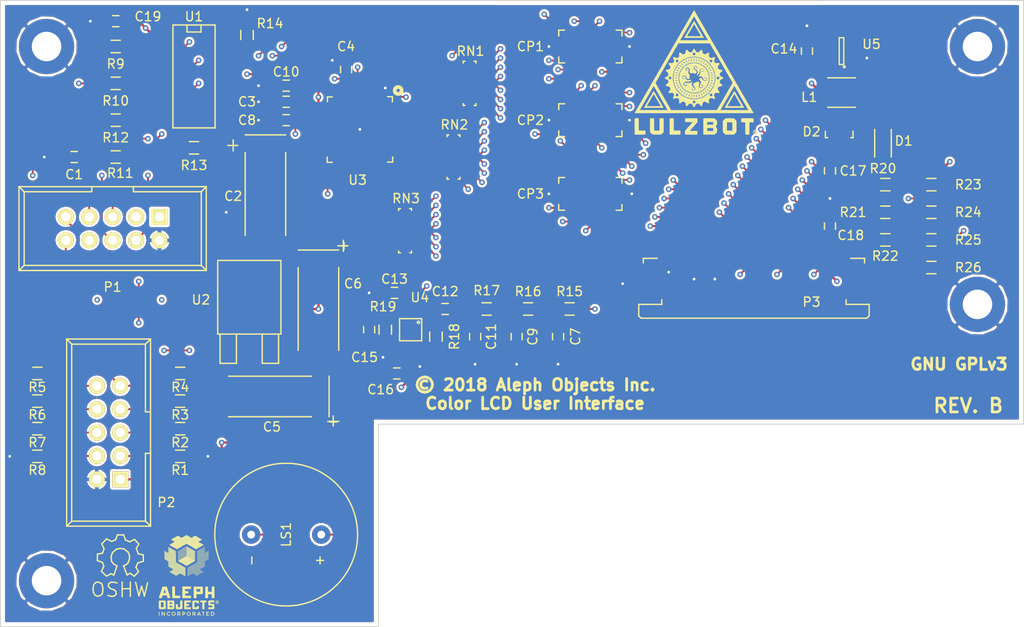
<source format=kicad_pcb>
(kicad_pcb (version 4) (host pcbnew 4.0.5+dfsg1-4)
  (layers (0 F.Cu signal) (1 In1.Cu signal hide) (2 In2.Cu signal hide) (31 B.Cu signal hide) (34 B.Paste user) (35 F.Paste user) (36 B.SilkS user) (37 F.SilkS user) (38 B.Mask user) (39 F.Mask user) (44 Edge.Cuts user))
  (net 0 "")
  (net 1 +3V3)
  (net 2 GND)
  (net 3 "Net-(C2-Pad1)")
  (net 4 +5V)
  (net 5 "Net-(C12-Pad1)")
  (net 6 "Net-(C15-Pad1)")
  (net 7 "Net-(CP3-Pad8)")
  (net 8 "Net-(D1-Pad2)")
  (net 9 "Net-(D2-Pad1)")
  (net 10 "Net-(D2-Pad2)")
  (net 11 "Net-(LS1-Pad2)")
  (net 12 "Net-(P1-Pad5)")
  (net 13 "Net-(RN3-Pad8)")
  (net 14 "Net-(RN3-Pad9)")
  (net 15 /B2)
  (net 16 /B3)
  (net 17 /B4)
  (net 18 /B5)
  (net 19 /B6)
  (net 20 /B7)
  (net 21 /F_R2)
  (net 22 /F_R3)
  (net 23 /F_R4)
  (net 24 /F_R5)
  (net 25 /F_R6)
  (net 26 /F_R7)
  (net 27 /F_G2)
  (net 28 /F_G3)
  (net 29 /F_G4)
  (net 30 /F_G5)
  (net 31 /F_G6)
  (net 32 /F_G7)
  (net 33 /F_B2)
  (net 34 /F_B3)
  (net 35 /F_B4)
  (net 36 /F_B5)
  (net 37 /F_B6)
  (net 38 /F_B7)
  (net 39 /F_PCLK)
  (net 40 /F_DISP)
  (net 41 /F_HSYNC)
  (net 42 /F_VSYNC)
  (net 43 /F_DE)
  (net 44 /XP)
  (net 45 /YM)
  (net 46 /XM)
  (net 47 /YP)
  (net 48 /R2)
  (net 49 /R3)
  (net 50 /R4)
  (net 51 /R5)
  (net 52 /R6)
  (net 53 /R7)
  (net 54 /G2)
  (net 55 /G3)
  (net 56 /G4)
  (net 57 /G5)
  (net 58 /G6)
  (net 59 /G7)
  (net 60 /PCLK)
  (net 61 /DISP)
  (net 62 /HSYNC)
  (net 63 /VSYNC)
  (net 64 /DE)
  (net 65 "Net-(P1-Pad4)")
  (net 66 "Net-(C1-Pad1)")
  (net 67 "Net-(C13-Pad1)")
  (net 68 "Net-(P3-Pad1)")
  (net 69 "Net-(P3-Pad13)")
  (net 70 "Net-(P3-Pad14)")
  (net 71 "Net-(P3-Pad35)")
  (net 72 "Net-(P1-Pad3)")
  (net 73 "Net-(P1-Pad9)")
  (net 74 "Net-(P1-Pad10)")
  (net 75 "Net-(P1-Pad8)")
  (net 76 "Net-(P1-Pad6)")
  (net 77 "Net-(R9-Pad1)")
  (net 78 "Net-(R10-Pad1)")
  (net 79 "Net-(R11-Pad1)")
  (net 80 "Net-(R12-Pad1)")
  (net 81 "Net-(R13-Pad1)")
  (net 82 "Net-(R14-Pad1)")
  (net 83 "Net-(R15-Pad2)")
  (net 84 "Net-(U1-Pad12)")
  (net 85 "Net-(U1-Pad10)")
  (net 86 "Net-(U1-Pad6)")
  (net 87 "Net-(U1-Pad4)")
  (net 88 "Net-(U1-Pad2)")
  (net 89 "Net-(U1-Pad15)")
  (net 90 "Net-(U3-Pad13)")
  (net 91 "Net-(U3-Pad14)")
  (net 92 "Net-(U3-Pad24)")
  (net 93 "Net-(U3-Pad7)")
  (net 94 "Net-(U3-Pad8)")
  (net 95 "Net-(U3-Pad10)")
  (net 96 "Net-(U3-Pad11)")
  (net 97 "Net-(C7-Pad1)")
  (net 98 "Net-(C9-Pad1)")
  (net 99 "Net-(C11-Pad1)")
  (net 100 "Net-(C15-Pad2)")
  (net 101 "Net-(C17-Pad1)")
  (module Capacitors_Tantalum_SMD:TantalC_SizeD_EIA-7343_HandSoldering (layer F.Cu) (at 101.75 77 270)
    (fp_text reference C2 (at 0.25 3.5 360) (layer F.SilkS))
    (fp_text value 10uF hide)
    (pad 2 smd rect (at 3.88874 0 270) (size 4.0005 2.70002) (layers F.Cu F.Paste F.Mask) (net 2 GND))
    (pad 1 smd rect (at -3.88874 0 270) (size 4.0005 2.70002) (layers F.Cu F.Paste F.Mask) (net 3 "Net-(C2-Pad1)"))
  )
  (module AO_Parts:VQFN_48_7x7 (layer F.Cu) (at 112 70 270)
    (fp_text reference U3 (at 5.5 0.25 360) (layer F.SilkS))
    (fp_text value FT810 hide)
    (pad 43 smd oval (at -0.25 -3.525 270) (size 0.25 0.75) (layers F.Cu F.Paste F.Mask) (net 53 /R7))
    (pad 42 smd oval (at 0.25 -3.525 270) (size 0.25 0.75) (layers F.Cu F.Paste F.Mask) (net 54 /G2))
    (pad 41 smd oval (at 0.75 -3.525 270) (size 0.25 0.75) (layers F.Cu F.Paste F.Mask) (net 55 /G3))
    (pad 40 smd oval (at 1.25 -3.525 270) (size 0.25 0.75) (layers F.Cu F.Paste F.Mask) (net 56 /G4))
    (pad 39 smd oval (at 1.75 -3.525 270) (size 0.25 0.75) (layers F.Cu F.Paste F.Mask) (net 57 /G5))
    (pad 38 smd oval (at 2.25 -3.525 270) (size 0.25 0.75) (layers F.Cu F.Paste F.Mask) (net 58 /G6))
    (pad 37 smd oval (at 2.75 -3.525 270) (size 0.25 0.75) (layers F.Cu F.Paste F.Mask) (net 59 /G7))
    (pad 44 smd oval (at -0.75 -3.525 270) (size 0.25 0.75) (layers F.Cu F.Paste F.Mask) (net 52 /R6))
    (pad 45 smd oval (at -1.25 -3.525 270) (size 0.25 0.75) (layers F.Cu F.Paste F.Mask) (net 51 /R5))
    (pad 46 smd oval (at -1.75 -3.525 270) (size 0.25 0.75) (layers F.Cu F.Paste F.Mask) (net 50 /R4))
    (pad 47 smd oval (at -2.25 -3.525 270) (size 0.25 0.75) (layers F.Cu F.Paste F.Mask) (net 49 /R3))
    (pad 13 smd oval (at -2.75 3.525 270) (size 0.25 0.75) (layers F.Cu F.Paste F.Mask) (net 90 "Net-(U3-Pad13)"))
    (pad 14 smd oval (at -2.25 3.525 270) (size 0.25 0.75) (layers F.Cu F.Paste F.Mask) (net 91 "Net-(U3-Pad14)"))
    (pad 15 smd oval (at -1.75 3.525 270) (size 0.25 0.75) (layers F.Cu F.Paste F.Mask) (net 2 GND))
    (pad 16 smd oval (at -1.25 3.525 270) (size 0.25 0.75) (layers F.Cu F.Paste F.Mask) (net 1 +3V3))
    (pad 17 smd oval (at -0.75 3.525 270) (size 0.25 0.75) (layers F.Cu F.Paste F.Mask) (net 3 "Net-(C2-Pad1)"))
    (pad 18 smd oval (at -0.25 3.525 270) (size 0.25 0.75) (layers F.Cu F.Paste F.Mask) (net 1 +3V3))
    (pad 19 smd oval (at 0.25 3.525 270) (size 0.25 0.75) (layers F.Cu F.Paste F.Mask) (net 44 /XP))
    (pad 20 smd oval (at 0.75 3.525 270) (size 0.25 0.75) (layers F.Cu F.Paste F.Mask) (net 47 /YP))
    (pad 21 smd oval (at 1.25 3.525 270) (size 0.25 0.75) (layers F.Cu F.Paste F.Mask) (net 46 /XM))
    (pad 22 smd oval (at 1.75 3.525 270) (size 0.25 0.75) (layers F.Cu F.Paste F.Mask) (net 45 /YM))
    (pad 23 smd oval (at 2.25 3.525 270) (size 0.25 0.75) (layers F.Cu F.Paste F.Mask) (net 2 GND))
    (pad 24 smd oval (at 2.75 3.525 270) (size 0.25 0.75) (layers F.Cu F.Paste F.Mask) (net 92 "Net-(U3-Pad24)"))
    (pad 6 smd oval (at -3.525 -0.25 270) (size 0.75 0.25) (layers F.Cu F.Paste F.Mask) (net 85 "Net-(U1-Pad10)"))
    (pad 5 smd oval (at -3.525 -0.75 270) (size 0.75 0.25) (layers F.Cu F.Paste F.Mask) (net 86 "Net-(U1-Pad6)"))
    (pad 4 smd oval (at -3.525 -1.25 270) (size 0.75 0.25) (layers F.Cu F.Paste F.Mask) (net 79 "Net-(R11-Pad1)"))
    (pad 3 smd oval (at -3.525 -1.75 270) (size 0.75 0.25) (layers F.Cu F.Paste F.Mask) (net 87 "Net-(U1-Pad4)"))
    (pad 2 smd oval (at -3.525 -2.25 270) (size 0.75 0.25) (layers F.Cu F.Paste F.Mask) (net 2 GND))
    (pad 1 smd oval (at -3.525 -2.75 270) (size 0.75 0.25) (layers F.Cu F.Paste F.Mask) (net 83 "Net-(R15-Pad2)"))
    (pad 7 smd oval (at -3.525 0.25 270) (size 0.75 0.25) (layers F.Cu F.Paste F.Mask) (net 93 "Net-(U3-Pad7)"))
    (pad 8 smd oval (at -3.525 0.75 270) (size 0.75 0.25) (layers F.Cu F.Paste F.Mask) (net 94 "Net-(U3-Pad8)"))
    (pad 9 smd oval (at -3.525 1.25 270) (size 0.75 0.25) (layers F.Cu F.Paste F.Mask) (net 1 +3V3))
    (pad 10 smd oval (at -3.525 1.75 270) (size 0.75 0.25) (layers F.Cu F.Paste F.Mask) (net 95 "Net-(U3-Pad10)"))
    (pad 11 smd oval (at -3.525 2.25 270) (size 0.75 0.25) (layers F.Cu F.Paste F.Mask) (net 96 "Net-(U3-Pad11)"))
    (pad 12 smd oval (at -3.525 2.75 270) (size 0.75 0.25) (layers F.Cu F.Paste F.Mask) (net 88 "Net-(U1-Pad2)"))
    (pad 36 smd oval (at 3.525 -2.75 270) (size 0.75 0.25) (layers F.Cu F.Paste F.Mask) (net 2 GND))
    (pad 35 smd oval (at 3.525 -2.25 270) (size 0.75 0.25) (layers F.Cu F.Paste F.Mask) (net 15 /B2))
    (pad 34 smd oval (at 3.525 -1.725 270) (size 0.75 0.25) (layers F.Cu F.Paste F.Mask) (net 16 /B3))
    (pad 33 smd oval (at 3.525 -1.25 270) (size 0.75 0.25) (layers F.Cu F.Paste F.Mask) (net 17 /B4))
    (pad 32 smd oval (at 3.525 -0.75 270) (size 0.75 0.25) (layers F.Cu F.Paste F.Mask) (net 18 /B5))
    (pad 31 smd oval (at 3.525 -0.25 270) (size 0.75 0.25) (layers F.Cu F.Paste F.Mask) (net 19 /B6))
    (pad 30 smd oval (at 3.525 0.25 270) (size 0.75 0.25) (layers F.Cu F.Paste F.Mask) (net 20 /B7))
    (pad 29 smd oval (at 3.525 0.75 270) (size 0.75 0.25) (layers F.Cu F.Paste F.Mask) (net 60 /PCLK))
    (pad 28 smd oval (at 3.525 1.25 270) (size 0.75 0.25) (layers F.Cu F.Paste F.Mask) (net 61 /DISP))
    (pad 27 smd oval (at 3.525 1.75 270) (size 0.75 0.25) (layers F.Cu F.Paste F.Mask) (net 62 /HSYNC))
    (pad 26 smd oval (at 3.525 2.25 270) (size 0.75 0.25) (layers F.Cu F.Paste F.Mask) (net 63 /VSYNC))
    (pad 25 smd oval (at 3.525 2.75 270) (size 0.75 0.25) (layers F.Cu F.Paste F.Mask) (net 64 /DE))
    (pad 48 smd oval (at -2.75 -3.525 270) (size 0.25 0.75) (layers F.Cu F.Paste F.Mask) (net 48 /R2))
    (pad PD smd rect (at 0 0 270) (size 5.3 5.3) (layers F.Cu F.Paste F.Mask) (net 2 GND))
  )
  (module AO_Parts:RPAK8 (layer F.Cu) (at 117 81 270)
    (fp_text reference RN3 (at -3.5 0 360) (layer F.SilkS))
    (fp_text value "33 Ohms" hide)
    (pad 1 smd rect (at -1.75 0.65 270) (size 0.35 0.6) (layers F.Cu F.Paste F.Mask) (net 19 /B6))
    (pad 2 smd rect (at -1.25 0.65 270) (size 0.35 0.6) (layers F.Cu F.Paste F.Mask) (net 20 /B7))
    (pad 3 smd rect (at -0.75 0.65 270) (size 0.35 0.6) (layers F.Cu F.Paste F.Mask) (net 60 /PCLK))
    (pad 4 smd rect (at -0.25 0.65 270) (size 0.35 0.6) (layers F.Cu F.Paste F.Mask) (net 61 /DISP))
    (pad 5 smd rect (at 0.25 0.65 270) (size 0.35 0.6) (layers F.Cu F.Paste F.Mask) (net 62 /HSYNC))
    (pad 6 smd rect (at 0.75 0.65 270) (size 0.35 0.6) (layers F.Cu F.Paste F.Mask) (net 63 /VSYNC))
    (pad 7 smd rect (at 1.25 0.65 270) (size 0.35 0.6) (layers F.Cu F.Paste F.Mask) (net 64 /DE))
    (pad 8 smd rect (at 1.75 0.65 270) (size 0.35 0.6) (layers F.Cu F.Paste F.Mask) (net 13 "Net-(RN3-Pad8)"))
    (pad 9 smd rect (at 1.75 -0.65 270) (size 0.35 0.6) (layers F.Cu F.Paste F.Mask) (net 14 "Net-(RN3-Pad9)"))
    (pad 10 smd rect (at 1.25 -0.65 270) (size 0.35 0.6) (layers F.Cu F.Paste F.Mask) (net 43 /F_DE))
    (pad 11 smd rect (at 0.75 -0.65 270) (size 0.35 0.6) (layers F.Cu F.Paste F.Mask) (net 42 /F_VSYNC))
    (pad 12 smd rect (at 0.25 -0.65 270) (size 0.35 0.6) (layers F.Cu F.Paste F.Mask) (net 41 /F_HSYNC))
    (pad 13 smd rect (at -0.25 -0.65 270) (size 0.35 0.6) (layers F.Cu F.Paste F.Mask) (net 40 /F_DISP))
    (pad 14 smd rect (at -0.75 -0.65 270) (size 0.35 0.6) (layers F.Cu F.Paste F.Mask) (net 39 /F_PCLK))
    (pad 15 smd rect (at -1.25 -0.65 270) (size 0.35 0.6) (layers F.Cu F.Paste F.Mask) (net 38 /F_B7))
    (pad 16 smd rect (at -1.75 -0.65 270) (size 0.35 0.6) (layers F.Cu F.Paste F.Mask) (net 37 /F_B6))
  )
  (module AO_Parts:RPAK8 (layer F.Cu) (at 122.25 73 270)
    (fp_text reference RN2 (at -3.5 0 360) (layer F.SilkS))
    (fp_text value "33 Ohms" hide)
    (pad 1 smd rect (at -1.75 0.65 270) (size 0.35 0.6) (layers F.Cu F.Paste F.Mask) (net 56 /G4))
    (pad 2 smd rect (at -1.25 0.65 270) (size 0.35 0.6) (layers F.Cu F.Paste F.Mask) (net 57 /G5))
    (pad 3 smd rect (at -0.75 0.65 270) (size 0.35 0.6) (layers F.Cu F.Paste F.Mask) (net 58 /G6))
    (pad 4 smd rect (at -0.25 0.65 270) (size 0.35 0.6) (layers F.Cu F.Paste F.Mask) (net 59 /G7))
    (pad 5 smd rect (at 0.25 0.65 270) (size 0.35 0.6) (layers F.Cu F.Paste F.Mask) (net 15 /B2))
    (pad 6 smd rect (at 0.75 0.65 270) (size 0.35 0.6) (layers F.Cu F.Paste F.Mask) (net 16 /B3))
    (pad 7 smd rect (at 1.25 0.65 270) (size 0.35 0.6) (layers F.Cu F.Paste F.Mask) (net 17 /B4))
    (pad 8 smd rect (at 1.75 0.65 270) (size 0.35 0.6) (layers F.Cu F.Paste F.Mask) (net 18 /B5))
    (pad 9 smd rect (at 1.75 -0.65 270) (size 0.35 0.6) (layers F.Cu F.Paste F.Mask) (net 36 /F_B5))
    (pad 10 smd rect (at 1.25 -0.65 270) (size 0.35 0.6) (layers F.Cu F.Paste F.Mask) (net 35 /F_B4))
    (pad 11 smd rect (at 0.75 -0.65 270) (size 0.35 0.6) (layers F.Cu F.Paste F.Mask) (net 34 /F_B3))
    (pad 12 smd rect (at 0.25 -0.65 270) (size 0.35 0.6) (layers F.Cu F.Paste F.Mask) (net 33 /F_B2))
    (pad 13 smd rect (at -0.25 -0.65 270) (size 0.35 0.6) (layers F.Cu F.Paste F.Mask) (net 32 /F_G7))
    (pad 14 smd rect (at -0.75 -0.65 270) (size 0.35 0.6) (layers F.Cu F.Paste F.Mask) (net 31 /F_G6))
    (pad 15 smd rect (at -1.25 -0.65 270) (size 0.35 0.6) (layers F.Cu F.Paste F.Mask) (net 30 /F_G5))
    (pad 16 smd rect (at -1.75 -0.65 270) (size 0.35 0.6) (layers F.Cu F.Paste F.Mask) (net 29 /F_G4))
  )
  (module AO_Parts:RPAK8 (layer F.Cu) (at 124 65 270)
    (fp_text reference RN1 (at -3.5 0 360) (layer F.SilkS))
    (fp_text value "33 Ohms" hide)
    (pad 1 smd rect (at -1.75 0.65 270) (size 0.35 0.6) (layers F.Cu F.Paste F.Mask) (net 48 /R2))
    (pad 2 smd rect (at -1.25 0.65 270) (size 0.35 0.6) (layers F.Cu F.Paste F.Mask) (net 49 /R3))
    (pad 3 smd rect (at -0.75 0.65 270) (size 0.35 0.6) (layers F.Cu F.Paste F.Mask) (net 50 /R4))
    (pad 4 smd rect (at -0.25 0.65 270) (size 0.35 0.6) (layers F.Cu F.Paste F.Mask) (net 51 /R5))
    (pad 5 smd rect (at 0.25 0.65 270) (size 0.35 0.6) (layers F.Cu F.Paste F.Mask) (net 52 /R6))
    (pad 6 smd rect (at 0.75 0.65 270) (size 0.35 0.6) (layers F.Cu F.Paste F.Mask) (net 53 /R7))
    (pad 7 smd rect (at 1.25 0.65 270) (size 0.35 0.6) (layers F.Cu F.Paste F.Mask) (net 54 /G2))
    (pad 8 smd rect (at 1.75 0.65 270) (size 0.35 0.6) (layers F.Cu F.Paste F.Mask) (net 55 /G3))
    (pad 9 smd rect (at 1.75 -0.65 270) (size 0.35 0.6) (layers F.Cu F.Paste F.Mask) (net 28 /F_G3))
    (pad 10 smd rect (at 1.25 -0.65 270) (size 0.35 0.6) (layers F.Cu F.Paste F.Mask) (net 27 /F_G2))
    (pad 11 smd rect (at 0.75 -0.65 270) (size 0.35 0.6) (layers F.Cu F.Paste F.Mask) (net 26 /F_R7))
    (pad 12 smd rect (at 0.25 -0.65 270) (size 0.35 0.6) (layers F.Cu F.Paste F.Mask) (net 25 /F_R6))
    (pad 13 smd rect (at -0.25 -0.65 270) (size 0.35 0.6) (layers F.Cu F.Paste F.Mask) (net 24 /F_R5))
    (pad 14 smd rect (at -0.75 -0.65 270) (size 0.35 0.6) (layers F.Cu F.Paste F.Mask) (net 23 /F_R4))
    (pad 15 smd rect (at -1.25 -0.65 270) (size 0.35 0.6) (layers F.Cu F.Paste F.Mask) (net 22 /F_R3))
    (pad 16 smd rect (at -1.75 -0.65 270) (size 0.35 0.6) (layers F.Cu F.Paste F.Mask) (net 21 /F_R2))
  )
  (module AO_Parts:FPC_40 (layer F.Cu) (at 154.75 83.5 180)
    (fp_text reference P3 (at -6.25 -5.25 180) (layer F.SilkS))
    (fp_text value FPC_40 hide)
    (pad 1 smd rect (at -9.75 0 180) (size 0.3 1.2) (layers F.Cu F.Paste F.Mask) (net 68 "Net-(P3-Pad1)"))
    (pad 2 smd rect (at -9.25 0 180) (size 0.3 1.2) (layers F.Cu F.Paste F.Mask) (net 101 "Net-(C17-Pad1)"))
    (pad 3 smd rect (at -8.75 0 180) (size 0.3 1.2) (layers F.Cu F.Paste F.Mask) (net 2 GND))
    (pad 4 smd rect (at -8.25 0 180) (size 0.3 1.2) (layers F.Cu F.Paste F.Mask) (net 1 +3V3))
    (pad 5 smd rect (at -7.75 0 180) (size 0.3 1.2) (layers F.Cu F.Paste F.Mask) (net 69 "Net-(P3-Pad13)"))
    (pad 6 smd rect (at -7.25 0 180) (size 0.3 1.2) (layers F.Cu F.Paste F.Mask) (net 70 "Net-(P3-Pad14)"))
    (pad 7 smd rect (at -6.75 0 180) (size 0.3 1.2) (layers F.Cu F.Paste F.Mask) (net 21 /F_R2))
    (pad 8 smd rect (at -6.25 0 180) (size 0.3 1.2) (layers F.Cu F.Paste F.Mask) (net 22 /F_R3))
    (pad 9 smd rect (at -5.75 0 180) (size 0.3 1.2) (layers F.Cu F.Paste F.Mask) (net 23 /F_R4))
    (pad 10 smd rect (at -5.25 0 180) (size 0.3 1.2) (layers F.Cu F.Paste F.Mask) (net 24 /F_R5))
    (pad 11 smd rect (at -4.75 0 180) (size 0.3 1.2) (layers F.Cu F.Paste F.Mask) (net 25 /F_R6))
    (pad 12 smd rect (at -4.25 0 180) (size 0.3 1.2) (layers F.Cu F.Paste F.Mask) (net 26 /F_R7))
    (pad 13 smd rect (at -3.75 0 180) (size 0.3 1.2) (layers F.Cu F.Paste F.Mask) (net 69 "Net-(P3-Pad13)"))
    (pad 14 smd rect (at -3.25 0 180) (size 0.3 1.2) (layers F.Cu F.Paste F.Mask) (net 70 "Net-(P3-Pad14)"))
    (pad 15 smd rect (at -2.75 0 180) (size 0.3 1.2) (layers F.Cu F.Paste F.Mask) (net 27 /F_G2))
    (pad 16 smd rect (at -2.25 0 180) (size 0.3 1.2) (layers F.Cu F.Paste F.Mask) (net 28 /F_G3))
    (pad 17 smd rect (at -1.75 0 180) (size 0.3 1.2) (layers F.Cu F.Paste F.Mask) (net 29 /F_G4))
    (pad 18 smd rect (at -1.25 0 180) (size 0.3 1.2) (layers F.Cu F.Paste F.Mask) (net 30 /F_G5))
    (pad 19 smd rect (at -0.75 0 180) (size 0.3 1.2) (layers F.Cu F.Paste F.Mask) (net 31 /F_G6))
    (pad 20 smd rect (at -0.25 0 180) (size 0.3 1.2) (layers F.Cu F.Paste F.Mask) (net 32 /F_G7))
    (pad 21 smd rect (at 0.25 0 180) (size 0.3 1.2) (layers F.Cu F.Paste F.Mask) (net 69 "Net-(P3-Pad13)"))
    (pad 22 smd rect (at 0.75 0 180) (size 0.3 1.2) (layers F.Cu F.Paste F.Mask) (net 70 "Net-(P3-Pad14)"))
    (pad 23 smd rect (at 1.25 0 180) (size 0.3 1.2) (layers F.Cu F.Paste F.Mask) (net 33 /F_B2))
    (pad 24 smd rect (at 1.75 0 180) (size 0.3 1.2) (layers F.Cu F.Paste F.Mask) (net 34 /F_B3))
    (pad 25 smd rect (at 2.25 0 180) (size 0.3 1.2) (layers F.Cu F.Paste F.Mask) (net 35 /F_B4))
    (pad 26 smd rect (at 2.75 0 180) (size 0.3 1.2) (layers F.Cu F.Paste F.Mask) (net 36 /F_B5))
    (pad 27 smd rect (at 3.25 0 180) (size 0.3 1.2) (layers F.Cu F.Paste F.Mask) (net 37 /F_B6))
    (pad 28 smd rect (at 3.75 0 180) (size 0.3 1.2) (layers F.Cu F.Paste F.Mask) (net 38 /F_B7))
    (pad 29 smd rect (at 4.25 0 180) (size 0.3 1.2) (layers F.Cu F.Paste F.Mask) (net 2 GND))
    (pad 30 smd rect (at 4.75 0 180) (size 0.3 1.2) (layers F.Cu F.Paste F.Mask) (net 39 /F_PCLK))
    (pad 31 smd rect (at 5.25 0 180) (size 0.3 1.2) (layers F.Cu F.Paste F.Mask) (net 40 /F_DISP))
    (pad 32 smd rect (at 5.75 0 180) (size 0.3 1.2) (layers F.Cu F.Paste F.Mask) (net 41 /F_HSYNC))
    (pad 33 smd rect (at 6.25 0 180) (size 0.3 1.2) (layers F.Cu F.Paste F.Mask) (net 42 /F_VSYNC))
    (pad 34 smd rect (at 6.75 0 180) (size 0.3 1.2) (layers F.Cu F.Paste F.Mask) (net 43 /F_DE))
    (pad 35 smd rect (at 7.25 0 180) (size 0.3 1.2) (layers F.Cu F.Paste F.Mask) (net 71 "Net-(P3-Pad35)"))
    (pad 36 smd rect (at 7.75 0 180) (size 0.3 1.2) (layers F.Cu F.Paste F.Mask) (net 2 GND))
    (pad 37 smd rect (at 8.25 0 180) (size 0.3 1.2) (layers F.Cu F.Paste F.Mask) (net 44 /XP))
    (pad 38 smd rect (at 8.75 0 180) (size 0.3 1.2) (layers F.Cu F.Paste F.Mask) (net 45 /YM))
    (pad 39 smd rect (at 9.25 0 180) (size 0.3 1.2) (layers F.Cu F.Paste F.Mask) (net 46 /XM))
    (pad 40 smd rect (at 9.75 0 180) (size 0.3 1.2) (layers F.Cu F.Paste F.Mask) (net 47 /YP))
    (pad PD1 smd rect (at -11.9 -2.7 180) (size 2.4 2.4) (layers F.Cu F.Paste F.Mask) (net 2 GND))
    (pad PD2 smd rect (at 11.9 -2.7 180) (size 2.4 2.4) (layers F.Cu F.Paste F.Mask) (net 2 GND))
  )
  (module AO_Parts:CVS_1508 (layer F.Cu) (at 104 114 90)
    (fp_text reference LS1 (at 0 0 90) (layer F.SilkS))
    (fp_text value Speaker hide)
    (fp_text user - (at -2.8 -3.8 90) (layer F.SilkS))
    (fp_text user + (at -2.8 3.6 90) (layer F.SilkS))
    (pad 1 thru_hole circle (at 0 -3.8 90) (size 2 2) (drill 0.85) (layers *.Cu *.Mask) (net 6 "Net-(C15-Pad1)"))
    (pad 2 thru_hole circle (at 0 3.8 90) (size 2 2) (drill 0.85) (layers *.Cu *.Mask) (net 11 "Net-(LS1-Pad2)"))
  )
  (module AO_Parts:CPAK8 (layer F.Cu) (at 137 61)
    (fp_text reference CP1 (at -6.5 0) (layer F.SilkS))
    (fp_text value "47 pF" hide)
    (pad 1 smd rect (at -1.905 -1.524) (size 0.7 1) (layers F.Cu F.Paste F.Mask) (net 21 /F_R2))
    (pad 2 smd rect (at -0.635 -1.524) (size 0.7 1) (layers F.Cu F.Paste F.Mask) (net 22 /F_R3))
    (pad 3 smd rect (at 0.635 -1.524) (size 0.7 1) (layers F.Cu F.Paste F.Mask) (net 23 /F_R4))
    (pad 4 smd rect (at 1.905 -1.524) (size 0.7 1) (layers F.Cu F.Paste F.Mask) (net 24 /F_R5))
    (pad 5 smd rect (at -1.905 1.524) (size 0.7 1) (layers F.Cu F.Paste F.Mask) (net 25 /F_R6))
    (pad 6 smd rect (at -0.635 1.524) (size 0.7 1) (layers F.Cu F.Paste F.Mask) (net 26 /F_R7))
    (pad 7 smd rect (at 0.635 1.524) (size 0.7 1) (layers F.Cu F.Paste F.Mask) (net 27 /F_G2))
    (pad 8 smd rect (at 1.905 1.524) (size 0.7 1) (layers F.Cu F.Paste F.Mask) (net 28 /F_G3))
    (pad 9 smd rect (at -3.175 0) (size 1 0.8) (layers F.Cu F.Paste F.Mask) (net 2 GND))
    (pad 10 smd rect (at 3.175 0) (size 1 0.8) (layers F.Cu F.Paste F.Mask) (net 2 GND))
  )
  (module AO_Parts:CPAK8 (layer F.Cu) (at 137 69)
    (fp_text reference CP2 (at -6.5 0) (layer F.SilkS))
    (fp_text value "47 pF" hide)
    (pad 1 smd rect (at -1.905 -1.524) (size 0.7 1) (layers F.Cu F.Paste F.Mask) (net 29 /F_G4))
    (pad 2 smd rect (at -0.635 -1.524) (size 0.7 1) (layers F.Cu F.Paste F.Mask) (net 30 /F_G5))
    (pad 3 smd rect (at 0.635 -1.524) (size 0.7 1) (layers F.Cu F.Paste F.Mask) (net 31 /F_G6))
    (pad 4 smd rect (at 1.905 -1.524) (size 0.7 1) (layers F.Cu F.Paste F.Mask) (net 32 /F_G7))
    (pad 5 smd rect (at -1.905 1.524) (size 0.7 1) (layers F.Cu F.Paste F.Mask) (net 33 /F_B2))
    (pad 6 smd rect (at -0.635 1.524) (size 0.7 1) (layers F.Cu F.Paste F.Mask) (net 34 /F_B3))
    (pad 7 smd rect (at 0.635 1.524) (size 0.7 1) (layers F.Cu F.Paste F.Mask) (net 35 /F_B4))
    (pad 8 smd rect (at 1.905 1.524) (size 0.7 1) (layers F.Cu F.Paste F.Mask) (net 36 /F_B5))
    (pad 9 smd rect (at -3.175 0) (size 1 0.8) (layers F.Cu F.Paste F.Mask) (net 2 GND))
    (pad 10 smd rect (at 3.175 0) (size 1 0.8) (layers F.Cu F.Paste F.Mask) (net 2 GND))
  )
  (module AO_Parts:CPAK8 (layer F.Cu) (at 137 77)
    (fp_text reference CP3 (at -6.5 0) (layer F.SilkS))
    (fp_text value "47 pF" hide)
    (pad 1 smd rect (at -1.905 -1.524) (size 0.7 1) (layers F.Cu F.Paste F.Mask) (net 37 /F_B6))
    (pad 2 smd rect (at -0.635 -1.524) (size 0.7 1) (layers F.Cu F.Paste F.Mask) (net 38 /F_B7))
    (pad 3 smd rect (at 0.635 -1.524) (size 0.7 1) (layers F.Cu F.Paste F.Mask) (net 39 /F_PCLK))
    (pad 4 smd rect (at 1.905 -1.524) (size 0.7 1) (layers F.Cu F.Paste F.Mask) (net 40 /F_DISP))
    (pad 5 smd rect (at -1.905 1.524) (size 0.7 1) (layers F.Cu F.Paste F.Mask) (net 41 /F_HSYNC))
    (pad 6 smd rect (at -0.635 1.524) (size 0.7 1) (layers F.Cu F.Paste F.Mask) (net 42 /F_VSYNC))
    (pad 7 smd rect (at 0.635 1.524) (size 0.7 1) (layers F.Cu F.Paste F.Mask) (net 43 /F_DE))
    (pad 8 smd rect (at 1.905 1.524) (size 0.7 1) (layers F.Cu F.Paste F.Mask) (net 7 "Net-(CP3-Pad8)"))
    (pad 9 smd rect (at -3.175 0) (size 1 0.8) (layers F.Cu F.Paste F.Mask) (net 2 GND))
    (pad 10 smd rect (at 3.175 0) (size 1 0.8) (layers F.Cu F.Paste F.Mask) (net 2 GND))
  )
  (module TO_SOT_Packages_SMD:SOT-23 (layer F.Cu) (at 164 70.25 180)
    (fp_text reference D2 (at 3 0 360) (layer F.SilkS))
    (fp_text value "MMBZ5250BLT 20V" hide)
    (pad 1 smd rect (at -0.95 1.00076 180) (size 0.8001 0.8001) (layers F.Cu F.Paste F.Mask) (net 9 "Net-(D2-Pad1)"))
    (pad 2 smd rect (at 0.95 1.00076 180) (size 0.8001 0.8001) (layers F.Cu F.Paste F.Mask) (net 10 "Net-(D2-Pad2)"))
    (pad 3 smd rect (at 0 -0.99822 180) (size 0.8001 0.8001) (layers F.Cu F.Paste F.Mask) (net 101 "Net-(C17-Pad1)"))
  )
  (module Inductors:Inductor_Taiyo-Yuden_MD-3030 (layer F.Cu) (at 164.25 66)
    (fp_text reference L1 (at -3.5 0.5 180) (layer F.SilkS))
    (fp_text value 22uH hide)
    (pad 1 smd rect (at -1.1 0) (size 0.8 2.7) (layers F.Cu F.Paste F.Mask) (net 4 +5V))
    (pad 2 smd rect (at 1.1 0) (size 0.8 2.7) (layers F.Cu F.Paste F.Mask) (net 8 "Net-(D1-Pad2)"))
  )
  (module AO_Parts:MH_M3x6mm (layer F.Cu) (at 179 61)
    (fp_text reference MH1 hide)
    (fp_text value CONN_01X01 hide)
    (pad 1 thru_hole circle (at 0 0) (size 6 6) (drill 3.2) (layers *.Cu *.Mask) (net 2 GND))
  )
  (module AO_Parts:MH_M3x6mm (layer F.Cu) (at 179 89)
    (fp_text reference MH2 hide)
    (fp_text value CONN_01X01 hide)
    (pad 1 thru_hole circle (at 0 0) (size 6 6) (drill 3.2) (layers *.Cu *.Mask) (net 2 GND))
  )
  (module AO_Parts:MH_M3x6mm (layer F.Cu) (at 78 61)
    (fp_text reference MH3 hide)
    (fp_text value CONN_01X01 hide)
    (pad 1 thru_hole circle (at 0 0) (size 6 6) (drill 3.2) (layers *.Cu *.Mask) (net 2 GND))
  )
  (module AO_Parts:MH_M3x6mm (layer F.Cu) (at 78 119)
    (fp_text reference MH4 hide)
    (fp_text value CONN_01X01 hide)
    (pad 1 thru_hole circle (at 0 0) (size 6 6) (drill 3.2) (layers *.Cu *.Mask) (net 2 GND))
  )
  (module Diodes_SMD:SOD-123 (layer F.Cu) (at 168.75 71 90)
    (fp_text reference D1 (at -0.25 2.25 180) (layer F.SilkS))
    (fp_text value BAT54 hide)
    (pad 1 smd rect (at -1.635 0 90) (size 0.91 1.22) (layers F.Cu F.Paste F.Mask) (net 101 "Net-(C17-Pad1)"))
    (pad 2 smd rect (at 1.635 0 90) (size 0.91 1.22) (layers F.Cu F.Paste F.Mask) (net 8 "Net-(D1-Pad2)"))
  )
  (module Capacitors_SMD:C_0603_HandSoldering (layer F.Cu) (at 81 73 180)
    (fp_text reference C1 (at 0 -1.9 180) (layer F.SilkS))
    (fp_text value 100pF hide)
    (pad 1 smd rect (at -0.95 0 180) (size 1.2 0.75) (layers F.Cu F.Paste F.Mask) (net 66 "Net-(C1-Pad1)"))
    (pad 2 smd rect (at 0.95 0 180) (size 1.2 0.75) (layers F.Cu F.Paste F.Mask) (net 2 GND))
  )
  (module Capacitors_SMD:C_0603_HandSoldering (layer F.Cu) (at 104 67 180)
    (fp_text reference C3 (at 4.25 0 180) (layer F.SilkS))
    (fp_text value 0.1uF hide)
    (pad 1 smd rect (at -0.95 0 180) (size 1.2 0.75) (layers F.Cu F.Paste F.Mask) (net 3 "Net-(C2-Pad1)"))
    (pad 2 smd rect (at 0.95 0 180) (size 1.2 0.75) (layers F.Cu F.Paste F.Mask) (net 2 GND))
  )
  (module Capacitors_SMD:C_0603_HandSoldering (layer F.Cu) (at 110.5 63.5 90)
    (fp_text reference C4 (at 2.5 0 180) (layer F.SilkS))
    (fp_text value 0.1uF hide)
    (pad 1 smd rect (at -0.95 0 90) (size 1.2 0.75) (layers F.Cu F.Paste F.Mask) (net 1 +3V3))
    (pad 2 smd rect (at 0.95 0 90) (size 1.2 0.75) (layers F.Cu F.Paste F.Mask) (net 2 GND))
  )
  (module Capacitors_Tantalum_SMD:TantalC_SizeD_EIA-7343_HandSoldering (layer F.Cu) (at 102.25 99 180)
    (fp_text reference C5 (at -0.20066 -3.29946 180) (layer F.SilkS))
    (fp_text value 33uF hide)
    (fp_text user + (at -6.85546 -2.70002 180) (layer F.SilkS))
    (pad 2 smd rect (at 3.88874 0 180) (size 4.0005 2.70002) (layers F.Cu F.Paste F.Mask) (net 2 GND))
    (pad 1 smd rect (at -3.88874 0 180) (size 4.0005 2.70002) (layers F.Cu F.Paste F.Mask) (net 4 +5V))
  )
  (module Capacitors_SMD:C_0603_HandSoldering (layer F.Cu) (at 104 69 180)
    (fp_text reference C8 (at 4.25 0 180) (layer F.SilkS))
    (fp_text value 0.1uF hide)
    (pad 1 smd rect (at -0.95 0 180) (size 1.2 0.75) (layers F.Cu F.Paste F.Mask) (net 1 +3V3))
    (pad 2 smd rect (at 0.95 0 180) (size 1.2 0.75) (layers F.Cu F.Paste F.Mask) (net 2 GND))
  )
  (module Capacitors_SMD:C_0603_HandSoldering (layer F.Cu) (at 129 92.5 270)
    (fp_text reference C9 (at 0 -1.75 270) (layer F.SilkS))
    (fp_text value 0.0047uF hide)
    (pad 1 smd rect (at -0.95 0 270) (size 1.2 0.75) (layers F.Cu F.Paste F.Mask) (net 98 "Net-(C9-Pad1)"))
    (pad 2 smd rect (at 0.95 0 270) (size 1.2 0.75) (layers F.Cu F.Paste F.Mask) (net 2 GND))
  )
  (module Capacitors_SMD:C_0603_HandSoldering (layer F.Cu) (at 104 65.25 180)
    (fp_text reference C10 (at 0 1.5 180) (layer F.SilkS))
    (fp_text value 0.1uF hide)
    (pad 1 smd rect (at -0.95 0 180) (size 1.2 0.75) (layers F.Cu F.Paste F.Mask) (net 1 +3V3))
    (pad 2 smd rect (at 0.95 0 180) (size 1.2 0.75) (layers F.Cu F.Paste F.Mask) (net 2 GND))
  )
  (module Capacitors_SMD:C_0603_HandSoldering (layer F.Cu) (at 124.5 92.5 270)
    (fp_text reference C11 (at 0 -1.75 270) (layer F.SilkS))
    (fp_text value 0.0047uF hide)
    (pad 1 smd rect (at -0.95 0 270) (size 1.2 0.75) (layers F.Cu F.Paste F.Mask) (net 99 "Net-(C11-Pad1)"))
    (pad 2 smd rect (at 0.95 0 270) (size 1.2 0.75) (layers F.Cu F.Paste F.Mask) (net 2 GND))
  )
  (module Capacitors_SMD:C_0603_HandSoldering (layer F.Cu) (at 121.25 89.5)
    (fp_text reference C12 (at 0 -1.9) (layer F.SilkS))
    (fp_text value "0.22 uF" hide)
    (pad 1 smd rect (at -0.95 0) (size 1.2 0.75) (layers F.Cu F.Paste F.Mask) (net 5 "Net-(C12-Pad1)"))
    (pad 2 smd rect (at 0.95 0) (size 1.2 0.75) (layers F.Cu F.Paste F.Mask) (net 99 "Net-(C11-Pad1)"))
  )
  (module Capacitors_SMD:C_0603_HandSoldering (layer F.Cu) (at 115.75 87.75 180)
    (fp_text reference C13 (at 0 1.5 180) (layer F.SilkS))
    (fp_text value 1uF hide)
    (pad 1 smd rect (at -0.95 0 180) (size 1.2 0.75) (layers F.Cu F.Paste F.Mask) (net 67 "Net-(C13-Pad1)"))
    (pad 2 smd rect (at 0.95 0 180) (size 1.2 0.75) (layers F.Cu F.Paste F.Mask) (net 2 GND))
  )
  (module Capacitors_SMD:C_0603_HandSoldering (layer F.Cu) (at 160.5 61.5 90)
    (fp_text reference C14 (at 0.25 -2.5 180) (layer F.SilkS))
    (fp_text value 0.1uF hide)
    (pad 1 smd rect (at -0.95 0 90) (size 1.2 0.75) (layers F.Cu F.Paste F.Mask) (net 4 +5V))
    (pad 2 smd rect (at 0.95 0 90) (size 1.2 0.75) (layers F.Cu F.Paste F.Mask) (net 2 GND))
  )
  (module Capacitors_SMD:C_0603_HandSoldering (layer F.Cu) (at 113 91.75 90)
    (fp_text reference C15 (at -3 -0.5 180) (layer F.SilkS))
    (fp_text value NL hide)
    (pad 1 smd rect (at -0.95 0 90) (size 1.2 0.75) (layers F.Cu F.Paste F.Mask) (net 6 "Net-(C15-Pad1)"))
    (pad 2 smd rect (at 0.95 0 90) (size 1.2 0.75) (layers F.Cu F.Paste F.Mask) (net 100 "Net-(C15-Pad2)"))
  )
  (module Capacitors_SMD:C_0603_HandSoldering (layer F.Cu) (at 116 96.5)
    (fp_text reference C16 (at -1.75 1.75 180) (layer F.SilkS))
    (fp_text value "1 uF" hide)
    (pad 1 smd rect (at -0.95 0) (size 1.2 0.75) (layers F.Cu F.Paste F.Mask) (net 2 GND))
    (pad 2 smd rect (at 0.95 0) (size 1.2 0.75) (layers F.Cu F.Paste F.Mask) (net 4 +5V))
  )
  (module Capacitors_SMD:C_0603_HandSoldering (layer F.Cu) (at 163 74.5 270)
    (fp_text reference C17 (at 0 -2.5 360) (layer F.SilkS))
    (fp_text value 0.22uF hide)
    (pad 1 smd rect (at -0.95 0 270) (size 1.2 0.75) (layers F.Cu F.Paste F.Mask) (net 101 "Net-(C17-Pad1)"))
    (pad 2 smd rect (at 0.95 0 270) (size 1.2 0.75) (layers F.Cu F.Paste F.Mask) (net 2 GND))
  )
  (module Resistors_SMD:R_0603_HandSoldering (layer F.Cu) (at 92.5 105.5)
    (fp_text reference R1 (at 0 1.5) (layer F.SilkS))
    (fp_text value R hide)
    (pad 1 smd rect (at -1.1 0) (size 1.2 0.9) (layers F.Cu F.Paste F.Mask) (net 72 "Net-(P1-Pad3)"))
    (pad 2 smd rect (at 1.1 0) (size 1.2 0.9) (layers F.Cu F.Paste F.Mask) (net 2 GND))
  )
  (module Resistors_SMD:R_0603_HandSoldering (layer F.Cu) (at 92.5 102.5)
    (fp_text reference R2 (at 0 1.5) (layer F.SilkS))
    (fp_text value R hide)
    (pad 1 smd rect (at -1.1 0) (size 1.2 0.9) (layers F.Cu F.Paste F.Mask) (net 12 "Net-(P1-Pad5)"))
    (pad 2 smd rect (at 1.1 0) (size 1.2 0.9) (layers F.Cu F.Paste F.Mask) (net 2 GND))
  )
  (module Resistors_SMD:R_0603_HandSoldering (layer F.Cu) (at 92.5 99.5)
    (fp_text reference R3 (at 0 1.5) (layer F.SilkS))
    (fp_text value R hide)
    (pad 1 smd rect (at -1.1 0) (size 1.2 0.9) (layers F.Cu F.Paste F.Mask) (net 66 "Net-(C1-Pad1)"))
    (pad 2 smd rect (at 1.1 0) (size 1.2 0.9) (layers F.Cu F.Paste F.Mask) (net 2 GND))
  )
  (module Resistors_SMD:R_0603_HandSoldering (layer F.Cu) (at 92.5 96.5)
    (fp_text reference R4 (at 0 1.5) (layer F.SilkS))
    (fp_text value R hide)
    (pad 1 smd rect (at -1.1 0) (size 1.2 0.9) (layers F.Cu F.Paste F.Mask) (net 73 "Net-(P1-Pad9)"))
    (pad 2 smd rect (at 1.1 0) (size 1.2 0.9) (layers F.Cu F.Paste F.Mask) (net 2 GND))
  )
  (module Resistors_SMD:R_0603_HandSoldering (layer F.Cu) (at 77 96.5 180)
    (fp_text reference R5 (at 0 -1.5 180) (layer F.SilkS))
    (fp_text value R hide)
    (pad 1 smd rect (at -1.1 0 180) (size 1.2 0.9) (layers F.Cu F.Paste F.Mask) (net 74 "Net-(P1-Pad10)"))
    (pad 2 smd rect (at 1.1 0 180) (size 1.2 0.9) (layers F.Cu F.Paste F.Mask) (net 2 GND))
  )
  (module Resistors_SMD:R_0603_HandSoldering (layer F.Cu) (at 77 99.5 180)
    (fp_text reference R6 (at 0 -1.5 180) (layer F.SilkS))
    (fp_text value R hide)
    (pad 1 smd rect (at -1.1 0 180) (size 1.2 0.9) (layers F.Cu F.Paste F.Mask) (net 75 "Net-(P1-Pad8)"))
    (pad 2 smd rect (at 1.1 0 180) (size 1.2 0.9) (layers F.Cu F.Paste F.Mask) (net 2 GND))
  )
  (module Resistors_SMD:R_0603_HandSoldering (layer F.Cu) (at 77 102.5 180)
    (fp_text reference R7 (at 0 -1.5 180) (layer F.SilkS))
    (fp_text value R hide)
    (pad 1 smd rect (at -1.1 0 180) (size 1.2 0.9) (layers F.Cu F.Paste F.Mask) (net 76 "Net-(P1-Pad6)"))
    (pad 2 smd rect (at 1.1 0 180) (size 1.2 0.9) (layers F.Cu F.Paste F.Mask) (net 2 GND))
  )
  (module Resistors_SMD:R_0603_HandSoldering (layer F.Cu) (at 77 105.5 180)
    (fp_text reference R8 (at 0 -1.5 180) (layer F.SilkS))
    (fp_text value R hide)
    (pad 1 smd rect (at -1.1 0 180) (size 1.2 0.9) (layers F.Cu F.Paste F.Mask) (net 65 "Net-(P1-Pad4)"))
    (pad 2 smd rect (at 1.1 0 180) (size 1.2 0.9) (layers F.Cu F.Paste F.Mask) (net 2 GND))
  )
  (module Resistors_SMD:R_0603_HandSoldering (layer F.Cu) (at 85.5 61 180)
    (fp_text reference R9 (at 0 -1.9 180) (layer F.SilkS))
    (fp_text value 33 hide)
    (pad 1 smd rect (at -1.1 0 180) (size 1.2 0.9) (layers F.Cu F.Paste F.Mask) (net 77 "Net-(R9-Pad1)"))
    (pad 2 smd rect (at 1.1 0 180) (size 1.2 0.9) (layers F.Cu F.Paste F.Mask) (net 76 "Net-(P1-Pad6)"))
  )
  (module Resistors_SMD:R_0603_HandSoldering (layer F.Cu) (at 85.5 65 180)
    (fp_text reference R10 (at 0 -1.9 180) (layer F.SilkS))
    (fp_text value 33 hide)
    (pad 1 smd rect (at -1.1 0 180) (size 1.2 0.9) (layers F.Cu F.Paste F.Mask) (net 78 "Net-(R10-Pad1)"))
    (pad 2 smd rect (at 1.1 0 180) (size 1.2 0.9) (layers F.Cu F.Paste F.Mask) (net 72 "Net-(P1-Pad3)"))
  )
  (module Resistors_SMD:R_0603_HandSoldering (layer F.Cu) (at 85.5 73 180)
    (fp_text reference R11 (at -0.5 -1.75 180) (layer F.SilkS))
    (fp_text value 33 hide)
    (pad 1 smd rect (at -1.1 0 180) (size 1.2 0.9) (layers F.Cu F.Paste F.Mask) (net 79 "Net-(R11-Pad1)"))
    (pad 2 smd rect (at 1.1 0 180) (size 1.2 0.9) (layers F.Cu F.Paste F.Mask) (net 66 "Net-(C1-Pad1)"))
  )
  (module Resistors_SMD:R_0603_HandSoldering (layer F.Cu) (at 85.5 69 180)
    (fp_text reference R12 (at 0 -1.9 180) (layer F.SilkS))
    (fp_text value 33 hide)
    (pad 1 smd rect (at -1.1 0 180) (size 1.2 0.9) (layers F.Cu F.Paste F.Mask) (net 80 "Net-(R12-Pad1)"))
    (pad 2 smd rect (at 1.1 0 180) (size 1.2 0.9) (layers F.Cu F.Paste F.Mask) (net 65 "Net-(P1-Pad4)"))
  )
  (module Resistors_SMD:R_0603_HandSoldering (layer F.Cu) (at 94 72 180)
    (fp_text reference R13 (at 0 -1.9 180) (layer F.SilkS))
    (fp_text value 33 hide)
    (pad 1 smd rect (at -1.1 0 180) (size 1.2 0.9) (layers F.Cu F.Paste F.Mask) (net 81 "Net-(R13-Pad1)"))
    (pad 2 smd rect (at 1.1 0 180) (size 1.2 0.9) (layers F.Cu F.Paste F.Mask) (net 12 "Net-(P1-Pad5)"))
  )
  (module Resistors_SMD:R_0603_HandSoldering (layer F.Cu) (at 99.75 59.75 90)
    (fp_text reference R14 (at 1.25 2.5 180) (layer F.SilkS))
    (fp_text value 10k hide)
    (pad 1 smd rect (at -1.1 0 90) (size 1.2 0.9) (layers F.Cu F.Paste F.Mask) (net 82 "Net-(R14-Pad1)"))
    (pad 2 smd rect (at 1.1 0 90) (size 1.2 0.9) (layers F.Cu F.Paste F.Mask) (net 2 GND))
  )
  (module Resistors_SMD:R_0603_HandSoldering (layer F.Cu) (at 134.75 89.5)
    (fp_text reference R15 (at 0 -1.9) (layer F.SilkS))
    (fp_text value 1k hide)
    (pad 1 smd rect (at -1.1 0) (size 1.2 0.9) (layers F.Cu F.Paste F.Mask) (net 97 "Net-(C7-Pad1)"))
    (pad 2 smd rect (at 1.1 0) (size 1.2 0.9) (layers F.Cu F.Paste F.Mask) (net 83 "Net-(R15-Pad2)"))
  )
  (module Resistors_SMD:R_0603_HandSoldering (layer F.Cu) (at 130.25 89.5)
    (fp_text reference R16 (at 0 -1.9) (layer F.SilkS))
    (fp_text value 1k hide)
    (pad 1 smd rect (at -1.1 0) (size 1.2 0.9) (layers F.Cu F.Paste F.Mask) (net 98 "Net-(C9-Pad1)"))
    (pad 2 smd rect (at 1.1 0) (size 1.2 0.9) (layers F.Cu F.Paste F.Mask) (net 97 "Net-(C7-Pad1)"))
  )
  (module Resistors_SMD:R_0603_HandSoldering (layer F.Cu) (at 125.75 89.5)
    (fp_text reference R17 (at 0 -2) (layer F.SilkS))
    (fp_text value 1k hide)
    (pad 1 smd rect (at -1.1 0) (size 1.2 0.9) (layers F.Cu F.Paste F.Mask) (net 99 "Net-(C11-Pad1)"))
    (pad 2 smd rect (at 1.1 0) (size 1.2 0.9) (layers F.Cu F.Paste F.Mask) (net 98 "Net-(C9-Pad1)"))
  )
  (module Resistors_SMD:R_0603_HandSoldering (layer F.Cu) (at 120.25 92.5 90)
    (fp_text reference R18 (at 0 2 90) (layer F.SilkS))
    (fp_text value 20k hide)
    (pad 1 smd rect (at -1.1 0 90) (size 1.2 0.9) (layers F.Cu F.Paste F.Mask) (net 100 "Net-(C15-Pad2)"))
    (pad 2 smd rect (at 1.1 0 90) (size 1.2 0.9) (layers F.Cu F.Paste F.Mask) (net 5 "Net-(C12-Pad1)"))
  )
  (module Resistors_SMD:R_0603_HandSoldering (layer F.Cu) (at 114.75 91.75 90)
    (fp_text reference R19 (at 2.5 -0.25 180) (layer F.SilkS))
    (fp_text value 20k hide)
    (pad 1 smd rect (at -1.1 0 90) (size 1.2 0.9) (layers F.Cu F.Paste F.Mask) (net 6 "Net-(C15-Pad1)"))
    (pad 2 smd rect (at 1.1 0 90) (size 1.2 0.9) (layers F.Cu F.Paste F.Mask) (net 100 "Net-(C15-Pad2)"))
  )
  (module Resistors_SMD:R_0603_HandSoldering (layer F.Cu) (at 169 76 180)
    (fp_text reference R20 (at 0.25 1.75 180) (layer F.SilkS))
    (fp_text value 1k hide)
    (pad 1 smd rect (at -1.1 0 180) (size 1.2 0.9) (layers F.Cu F.Paste F.Mask) (net 9 "Net-(D2-Pad1)"))
    (pad 2 smd rect (at 1.1 0 180) (size 1.2 0.9) (layers F.Cu F.Paste F.Mask) (net 68 "Net-(P3-Pad1)"))
  )
  (module Resistors_SMD:R_0603_HandSoldering (layer F.Cu) (at 169 79)
    (fp_text reference R21 (at -3.5 0) (layer F.SilkS))
    (fp_text value 10 hide)
    (pad 1 smd rect (at -1.1 0) (size 1.2 0.9) (layers F.Cu F.Paste F.Mask) (net 68 "Net-(P3-Pad1)"))
    (pad 2 smd rect (at 1.1 0) (size 1.2 0.9) (layers F.Cu F.Paste F.Mask) (net 2 GND))
  )
  (module Resistors_SMD:R_0603_HandSoldering (layer F.Cu) (at 169 82)
    (fp_text reference R22 (at 0 1.75) (layer F.SilkS))
    (fp_text value 10 hide)
    (pad 1 smd rect (at -1.1 0) (size 1.2 0.9) (layers F.Cu F.Paste F.Mask) (net 68 "Net-(P3-Pad1)"))
    (pad 2 smd rect (at 1.1 0) (size 1.2 0.9) (layers F.Cu F.Paste F.Mask) (net 2 GND))
  )
  (module Resistors_SMD:R_0603_HandSoldering (layer F.Cu) (at 174 76)
    (fp_text reference R23 (at 4 0) (layer F.SilkS))
    (fp_text value 10k hide)
    (pad 1 smd rect (at -1.1 0) (size 1.2 0.9) (layers F.Cu F.Paste F.Mask) (net 70 "Net-(P3-Pad14)"))
    (pad 2 smd rect (at 1.1 0) (size 1.2 0.9) (layers F.Cu F.Paste F.Mask) (net 1 +3V3))
  )
  (module Resistors_SMD:R_0603_HandSoldering (layer F.Cu) (at 174 79)
    (fp_text reference R24 (at 4 0) (layer F.SilkS))
    (fp_text value 10k hide)
    (pad 1 smd rect (at -1.1 0) (size 1.2 0.9) (layers F.Cu F.Paste F.Mask) (net 2 GND))
    (pad 2 smd rect (at 1.1 0) (size 1.2 0.9) (layers F.Cu F.Paste F.Mask) (net 70 "Net-(P3-Pad14)"))
  )
  (module Resistors_SMD:R_0603_HandSoldering (layer F.Cu) (at 174 82)
    (fp_text reference R25 (at 4 0) (layer F.SilkS))
    (fp_text value 10k hide)
    (pad 1 smd rect (at -1.1 0) (size 1.2 0.9) (layers F.Cu F.Paste F.Mask) (net 69 "Net-(P3-Pad13)"))
    (pad 2 smd rect (at 1.1 0) (size 1.2 0.9) (layers F.Cu F.Paste F.Mask) (net 1 +3V3))
  )
  (module SMD_Packages:SO-16-N (layer F.Cu) (at 94 64.25 270)
    (fp_text reference U1 (at -6.5 0 360) (layer F.SilkS))
    (fp_text value 4050 hide)
    (pad 16 smd rect (at -4.445 -3.175 270) (size 0.508 1.143) (layers F.Cu F.Paste F.Mask))
    (pad 14 smd rect (at -1.905 -3.175 270) (size 0.508 1.143) (layers F.Cu F.Paste F.Mask) (net 82 "Net-(R14-Pad1)"))
    (pad 13 smd rect (at -0.635 -3.175 270) (size 0.508 1.143) (layers F.Cu F.Paste F.Mask))
    (pad 12 smd rect (at 0.635 -3.175 270) (size 0.508 1.143) (layers F.Cu F.Paste F.Mask) (net 84 "Net-(U1-Pad12)"))
    (pad 11 smd rect (at 1.905 -3.175 270) (size 0.508 1.143) (layers F.Cu F.Paste F.Mask) (net 82 "Net-(R14-Pad1)"))
    (pad 10 smd rect (at 3.175 -3.175 270) (size 0.508 1.143) (layers F.Cu F.Paste F.Mask) (net 85 "Net-(U1-Pad10)"))
    (pad 9 smd rect (at 4.445 -3.175 270) (size 0.508 1.143) (layers F.Cu F.Paste F.Mask) (net 81 "Net-(R13-Pad1)"))
    (pad 8 smd rect (at 4.445 3.175 270) (size 0.508 1.143) (layers F.Cu F.Paste F.Mask) (net 2 GND))
    (pad 7 smd rect (at 3.175 3.175 270) (size 0.508 1.143) (layers F.Cu F.Paste F.Mask) (net 80 "Net-(R12-Pad1)"))
    (pad 6 smd rect (at 1.905 3.175 270) (size 0.508 1.143) (layers F.Cu F.Paste F.Mask) (net 86 "Net-(U1-Pad6)"))
    (pad 5 smd rect (at 0.635 3.175 270) (size 0.508 1.143) (layers F.Cu F.Paste F.Mask) (net 78 "Net-(R10-Pad1)"))
    (pad 4 smd rect (at -0.635 3.175 270) (size 0.508 1.143) (layers F.Cu F.Paste F.Mask) (net 87 "Net-(U1-Pad4)"))
    (pad 3 smd rect (at -1.905 3.175 270) (size 0.508 1.143) (layers F.Cu F.Paste F.Mask) (net 77 "Net-(R9-Pad1)"))
    (pad 2 smd rect (at -3.175 3.175 270) (size 0.508 1.143) (layers F.Cu F.Paste F.Mask) (net 88 "Net-(U1-Pad2)"))
    (pad 1 smd rect (at -4.445 3.175 270) (size 0.508 1.143) (layers F.Cu F.Paste F.Mask) (net 1 +3V3))
    (pad 15 smd rect (at -3.175 -3.175 270) (size 0.508 1.143) (layers F.Cu F.Paste F.Mask) (net 89 "Net-(U1-Pad15)"))
  )
  (module TO_SOT_Packages_SMD:TO-252-2Lead (layer F.Cu) (at 100 93.75)
    (fp_text reference U2 (at -5.25 -5.25) (layer F.SilkS))
    (fp_text value LM1117_3V3 hide)
    (pad 1 smd rect (at -2.286 0) (size 1.651 3.048) (layers F.Cu F.Paste F.Mask) (net 2 GND))
    (pad 2 smd rect (at 0 -6.35) (size 6.096 6.096) (layers F.Cu F.Paste F.Mask) (net 1 +3V3))
    (pad 3 smd rect (at 2.286 0) (size 1.651 3.048) (layers F.Cu F.Paste F.Mask) (net 4 +5V))
  )
  (module AO_Parts:MSOP8 (layer F.Cu) (at 117.5 91.75 180)
    (fp_text reference U4 (at -1 3.5 180) (layer F.SilkS))
    (fp_text value AP4991_MSOP hide)
    (pad 1 smd rect (at -0.975 2.105 180) (size 0.42 0.89) (layers F.Cu F.Paste F.Mask) (net 93 "Net-(U3-Pad7)"))
    (pad 2 smd rect (at -0.325 2.105 180) (size 0.42 0.89) (layers F.Cu F.Paste F.Mask) (net 67 "Net-(C13-Pad1)"))
    (pad 3 smd rect (at 0.325 2.105 180) (size 0.42 0.89) (layers F.Cu F.Paste F.Mask) (net 67 "Net-(C13-Pad1)"))
    (pad 4 smd rect (at 0.975 2.105 180) (size 0.42 0.89) (layers F.Cu F.Paste F.Mask) (net 100 "Net-(C15-Pad2)"))
    (pad 5 smd rect (at 0.975 -2.105 180) (size 0.42 0.89) (layers F.Cu F.Paste F.Mask) (net 6 "Net-(C15-Pad1)"))
    (pad 6 smd rect (at 0.325 -2.105 180) (size 0.42 0.89) (layers F.Cu F.Paste F.Mask) (net 4 +5V))
    (pad 7 smd rect (at -0.325 -2.105 180) (size 0.42 0.89) (layers F.Cu F.Paste F.Mask) (net 2 GND))
    (pad 8 smd rect (at -0.975 -2.105 180) (size 0.42 0.89) (layers F.Cu F.Paste F.Mask) (net 11 "Net-(LS1-Pad2)"))
  )
  (module TO_SOT_Packages_SMD:SOT-23-5 (layer F.Cu) (at 164.25 61.5 180)
    (fp_text reference U5 (at -3.25 0.75 180) (layer F.SilkS))
    (fp_text value LT1937 hide)
    (pad 1 smd rect (at -1.1 -0.95 180) (size 1.06 0.65) (layers F.Cu F.Paste F.Mask) (net 8 "Net-(D1-Pad2)"))
    (pad 2 smd rect (at -1.1 0 180) (size 1.06 0.65) (layers F.Cu F.Paste F.Mask) (net 2 GND))
    (pad 3 smd rect (at -1.1 0.95 180) (size 1.06 0.65) (layers F.Cu F.Paste F.Mask) (net 9 "Net-(D2-Pad1)"))
    (pad 4 smd rect (at 1.1 0.95 180) (size 1.06 0.65) (layers F.Cu F.Paste F.Mask) (net 92 "Net-(U3-Pad24)"))
    (pad 5 smd rect (at 1.1 -0.95 180) (size 1.06 0.65) (layers F.Cu F.Paste F.Mask) (net 4 +5V))
  )
  (module Connect:IDC_Header_Straight_10pins (layer F.Cu) (at 90.25 79.5 180)
    (fp_text reference P1 (at 5.08 -7.62 180) (layer F.SilkS))
    (fp_text value CONN_02X05 hide)
    (pad 1 thru_hole rect (at 0 0 180) (size 1.7272 1.7272) (drill 1.016) (layers *.Cu *.Mask F.SilkS) (net 4 +5V))
    (pad 2 thru_hole oval (at 0 -2.54 180) (size 1.7272 1.7272) (drill 1.016) (layers *.Cu *.Mask F.SilkS) (net 2 GND))
    (pad 3 thru_hole oval (at 2.54 0 180) (size 1.7272 1.7272) (drill 1.016) (layers *.Cu *.Mask F.SilkS) (net 72 "Net-(P1-Pad3)"))
    (pad 4 thru_hole oval (at 2.54 -2.54 180) (size 1.7272 1.7272) (drill 1.016) (layers *.Cu *.Mask F.SilkS) (net 65 "Net-(P1-Pad4)"))
    (pad 5 thru_hole oval (at 5.08 0 180) (size 1.7272 1.7272) (drill 1.016) (layers *.Cu *.Mask F.SilkS) (net 12 "Net-(P1-Pad5)"))
    (pad 6 thru_hole oval (at 5.08 -2.54 180) (size 1.7272 1.7272) (drill 1.016) (layers *.Cu *.Mask F.SilkS) (net 76 "Net-(P1-Pad6)"))
    (pad 7 thru_hole oval (at 7.62 0 180) (size 1.7272 1.7272) (drill 1.016) (layers *.Cu *.Mask F.SilkS) (net 66 "Net-(C1-Pad1)"))
    (pad 8 thru_hole oval (at 7.62 -2.54 180) (size 1.7272 1.7272) (drill 1.016) (layers *.Cu *.Mask F.SilkS) (net 75 "Net-(P1-Pad8)"))
    (pad 9 thru_hole oval (at 10.16 0 180) (size 1.7272 1.7272) (drill 1.016) (layers *.Cu *.Mask F.SilkS) (net 73 "Net-(P1-Pad9)"))
    (pad 10 thru_hole oval (at 10.16 -2.54 180) (size 1.7272 1.7272) (drill 1.016) (layers *.Cu *.Mask F.SilkS) (net 74 "Net-(P1-Pad10)"))
  )
  (module Connect:IDC_Header_Straight_10pins (layer F.Cu) (at 86 108 90)
    (fp_text reference P2 (at -2.5 5 180) (layer F.SilkS))
    (fp_text value CONN_02X05 hide)
    (pad 1 thru_hole rect (at 0 0 90) (size 1.7272 1.7272) (drill 1.016) (layers *.Cu *.Mask F.SilkS) (net 4 +5V))
    (pad 2 thru_hole oval (at 0 -2.54 90) (size 1.7272 1.7272) (drill 1.016) (layers *.Cu *.Mask F.SilkS) (net 2 GND))
    (pad 3 thru_hole oval (at 2.54 0 90) (size 1.7272 1.7272) (drill 1.016) (layers *.Cu *.Mask F.SilkS) (net 72 "Net-(P1-Pad3)"))
    (pad 4 thru_hole oval (at 2.54 -2.54 90) (size 1.7272 1.7272) (drill 1.016) (layers *.Cu *.Mask F.SilkS) (net 65 "Net-(P1-Pad4)"))
    (pad 5 thru_hole oval (at 5.08 0 90) (size 1.7272 1.7272) (drill 1.016) (layers *.Cu *.Mask F.SilkS) (net 12 "Net-(P1-Pad5)"))
    (pad 6 thru_hole oval (at 5.08 -2.54 90) (size 1.7272 1.7272) (drill 1.016) (layers *.Cu *.Mask F.SilkS) (net 76 "Net-(P1-Pad6)"))
    (pad 7 thru_hole oval (at 7.62 0 90) (size 1.7272 1.7272) (drill 1.016) (layers *.Cu *.Mask F.SilkS) (net 66 "Net-(C1-Pad1)"))
    (pad 8 thru_hole oval (at 7.62 -2.54 90) (size 1.7272 1.7272) (drill 1.016) (layers *.Cu *.Mask F.SilkS) (net 75 "Net-(P1-Pad8)"))
    (pad 9 thru_hole oval (at 10.16 0 90) (size 1.7272 1.7272) (drill 1.016) (layers *.Cu *.Mask F.SilkS) (net 73 "Net-(P1-Pad9)"))
    (pad 10 thru_hole oval (at 10.16 -2.54 90) (size 1.7272 1.7272) (drill 1.016) (layers *.Cu *.Mask F.SilkS) (net 74 "Net-(P1-Pad10)"))
  )
  (module Resistors_SMD:R_0603_HandSoldering (layer F.Cu) (at 174 85)
    (fp_text reference R26 (at 4 0) (layer F.SilkS))
    (fp_text value 10k hide)
    (pad 1 smd rect (at -1.1 0) (size 1.2 0.9) (layers F.Cu F.Paste F.Mask) (net 2 GND))
    (pad 2 smd rect (at 1.1 0) (size 1.2 0.9) (layers F.Cu F.Paste F.Mask) (net 69 "Net-(P3-Pad13)"))
  )
  (module Capacitors_Tantalum_SMD:TantalC_SizeD_EIA-7343_HandSoldering (layer F.Cu) (at 107.5 89.5 270)
    (fp_text reference C6 (at -2.75 -3.75 360) (layer F.SilkS))
    (fp_text value 220uF hide)
    (fp_text user + (at -6.85546 -2.70002 270) (layer F.SilkS))
    (pad 2 smd rect (at 3.88874 0 270) (size 4.0005 2.70002) (layers F.Cu F.Paste F.Mask) (net 2 GND))
    (pad 1 smd rect (at -3.88874 0 270) (size 4.0005 2.70002) (layers F.Cu F.Paste F.Mask) (net 1 +3V3))
  )
  (module Capacitors_SMD:C_0603_HandSoldering (layer F.Cu) (at 133.5 92.5 270)
    (fp_text reference C7 (at 0 -1.9 270) (layer F.SilkS))
    (fp_text value 0.0047uF hide)
    (pad 1 smd rect (at -0.95 0 270) (size 1.2 0.75) (layers F.Cu F.Paste F.Mask) (net 97 "Net-(C7-Pad1)"))
    (pad 2 smd rect (at 0.95 0 270) (size 1.2 0.75) (layers F.Cu F.Paste F.Mask) (net 2 GND))
  )
  (module Capacitors_SMD:C_0603_HandSoldering (layer F.Cu) (at 163 80.5 90)
    (fp_text reference C18 (at -1 2.25 180) (layer F.SilkS))
    (fp_text value 0.1uF hide)
    (pad 1 smd rect (at -0.95 0 90) (size 1.2 0.75) (layers F.Cu F.Paste F.Mask) (net 1 +3V3))
    (pad 2 smd rect (at 0.95 0 90) (size 1.2 0.75) (layers F.Cu F.Paste F.Mask) (net 2 GND))
  )
  (module Capacitors_SMD:C_0603_HandSoldering (layer F.Cu) (at 85.5 58.25 180)
    (fp_text reference C19 (at -3.5 0.5 180) (layer F.SilkS))
    (fp_text value 0.1uF hide)
    (pad 1 smd rect (at -0.95 0 180) (size 1.2 0.75) (layers F.Cu F.Paste F.Mask) (net 1 +3V3))
    (pad 2 smd rect (at 0.95 0 180) (size 1.2 0.75) (layers F.Cu F.Paste F.Mask) (net 2 GND))
  )
  (module Symbols:Symbol_OSHW-Logo_SilkScreen (layer F.Cu) (at 86 116.5)
    (fp_text reference REF** hide)
    (fp_text value Symbol_OSHW-Logo_SilkScreen hide)
  )
  (module GLCD:LulzBot (layer F.Cu) (at 148.5 64)
    (fp_text reference G*** hide)
    (fp_text value LOGO hide)
  )
  (module GLCD:AO (layer F.Cu) (at 93.25 118.5)
    (fp_text reference G*** hide)
    (fp_text value LOGO hide)
  )
  (module "AO Parts:AO_Fiducial" (layer F.Cu) (at 172 61)
    (fp_text reference REF** hide)
    (fp_text value AO_Fiducial hide)
    (pad "" smd circle (at 0 0) (size 2 2) (layers F.Cu F.Paste F.Mask))
  )
  (module "AO Parts:AO_Fiducial" (layer F.Cu) (at 118 61)
    (fp_text reference REF** hide)
    (fp_text value AO_Fiducial hide)
    (pad "" smd circle (at 0 0) (size 2 2) (layers F.Cu F.Paste F.Mask))
  )
  (module "AO Parts:AO_Fiducial" (layer F.Cu) (at 78 112)
    (fp_text reference REF** hide)
    (fp_text value AO_Fiducial hide)
    (pad "" smd circle (at 0 0) (size 2 2) (layers F.Cu F.Paste F.Mask))
  )
  (gr_text "GNU GPLv3" (at 177 95.5) (layer F.SilkS) (effects (font (size 1.25 1.25) (thickness 0.3))))
  (gr_text "REV. B" (at 178 100) (layer F.SilkS) (effects (font (size 1.5 1.5) (thickness 0.3))))
  (gr_line (start 73 124) (end 114 124) (angle 90) (layer Edge.Cuts) (width 0.1))
  (gr_line (start 73 56) (end 73 124) (angle 90) (layer Edge.Cuts) (width 0.1))
  (gr_line (start 184 56) (end 73 56) (angle 90) (layer Edge.Cuts) (width 0.1))
  (gr_text "© 2018 Aleph Objects Inc.\nColor LCD User Interface" (at 131 98.75) (layer F.SilkS) (effects (font (size 1.25 1.25) (thickness 0.3))))
  (gr_line (start 184 102) (end 184 56) (angle 90) (layer Edge.Cuts) (width 0.1))
  (gr_line (start 114 102) (end 184 102) (angle 90) (layer Edge.Cuts) (width 0.1))
  (gr_line (start 114 124) (end 114 102) (angle 90) (layer Edge.Cuts) (width 0.1))
  (via (at 90.5 88.5) (size 0.6) (drill 0.3) (layers F.Cu B.Cu) (net 0))
  (via (at 83.5 88.5) (size 0.6) (drill 0.3) (layers F.Cu B.Cu) (net 0))
  (via (at 107.5 89.5) (size 0.6) (drill 0.3) (layers F.Cu B.Cu) (net 1))
  (segment (start 102.1 89.5) (end 107.5 89.5) (width 0.25) (layer F.Cu) (net 1))
  (segment (start 107.5 89.5) (end 107.5 85.61126) (width 0.25) (layer F.Cu) (net 1))
  (segment (start 102.1 89.5) (end 100 87.4) (width 0.25) (layer F.Cu) (net 1))
  (segment (start 163 85.75) (end 163.75 86.5) (width 0.25) (layer F.Cu) (net 1))
  (via (at 163.75 86.5) (size 0.6) (drill 0.3) (layers F.Cu B.Cu) (net 1))
  (segment (start 163 85.75) (end 163 83.5) (width 0.25) (layer F.Cu) (net 1))
  (segment (start 176.5 82) (end 177.5 81) (width 0.25) (layer F.Cu) (net 1))
  (via (at 177.5 81) (size 0.6) (drill 0.3) (layers F.Cu B.Cu) (net 1))
  (segment (start 176.5 82) (end 175.1 82) (width 0.25) (layer F.Cu) (net 1))
  (segment (start 109.25 64.5) (end 110.45 64.5) (width 0.2) (layer F.Cu) (net 1))
  (via (at 109.25 64.5) (size 0.6) (drill 0.3) (layers F.Cu B.Cu) (net 1))
  (via (at 107.5 66.5) (size 0.6) (drill 0.3) (layers F.Cu B.Cu) (net 1))
  (via (at 105 70.5) (size 0.6) (drill 0.3) (layers F.Cu B.Cu) (net 1))
  (segment (start 105 70.5) (end 105 69.05) (width 0.2) (layer F.Cu) (net 1))
  (segment (start 175.1 74.4) (end 175.1 76) (width 0.25) (layer F.Cu) (net 1))
  (via (at 176 73.5) (size 0.6) (drill 0.3) (layers F.Cu B.Cu) (net 1))
  (segment (start 175.1 74.4) (end 176 73.5) (width 0.25) (layer F.Cu) (net 1))
  (via (at 88.75 59) (size 0.6) (drill 0.3) (layers F.Cu B.Cu) (net 1))
  (segment (start 163 83.5) (end 163 81.45) (width 0.25) (layer F.Cu) (net 1))
  (segment (start 88.75 59) (end 88 58.25) (width 0.25) (layer F.Cu) (net 1))
  (segment (start 89.555 59.805) (end 88.75 59) (width 0.25) (layer F.Cu) (net 1))
  (segment (start 90.825 59.805) (end 89.555 59.805) (width 0.25) (layer F.Cu) (net 1))
  (segment (start 88 58.25) (end 86.45 58.25) (width 0.25) (layer F.Cu) (net 1))
  (segment (start 102.1 89.5) (end 100 87.4) (width 0.25) (layer F.Cu) (net 1))
  (segment (start 105 69.05) (end 104.95 69) (width 0.2) (layer F.Cu) (net 1))
  (segment (start 108.475 69.75) (end 107 69.75) (width 0.25) (layer F.Cu) (net 1))
  (segment (start 106.25 69) (end 104.95 69) (width 0.25) (layer F.Cu) (net 1))
  (segment (start 107 69.75) (end 106.25 69) (width 0.25) (layer F.Cu) (net 1))
  (segment (start 110.45 64.5) (end 110.5 64.45) (width 0.2) (layer F.Cu) (net 1))
  (segment (start 110.75 66.475) (end 110.75 65.75) (width 0.25) (layer F.Cu) (net 1))
  (segment (start 110.5 65.5) (end 110.5 64.45) (width 0.25) (layer F.Cu) (net 1))
  (segment (start 110.75 65.75) (end 110.5 65.5) (width 0.25) (layer F.Cu) (net 1))
  (segment (start 108.475 68.75) (end 107.75 68.75) (width 0.25) (layer F.Cu) (net 1))
  (segment (start 107 65.25) (end 104.95 65.25) (width 0.25) (layer F.Cu) (net 1))
  (segment (start 107.5 65.75) (end 107 65.25) (width 0.25) (layer F.Cu) (net 1))
  (segment (start 107.5 68.5) (end 107.5 66.5) (width 0.25) (layer F.Cu) (net 1))
  (segment (start 107.5 66.5) (end 107.5 65.75) (width 0.25) (layer F.Cu) (net 1))
  (segment (start 107.75 68.75) (end 107.5 68.5) (width 0.25) (layer F.Cu) (net 1))
  (segment (start 163.5 83.5) (end 163.5 84.75) (width 0.25) (layer F.Cu) (net 2))
  (segment (start 164.95 86.2) (end 166.65 86.2) (width 0.25) (layer F.Cu) (net 2))
  (segment (start 163.5 84.75) (end 164.95 86.2) (width 0.25) (layer F.Cu) (net 2))
  (segment (start 160.5 60.55) (end 160.5 58.75) (width 0.25) (layer F.Cu) (net 2))
  (via (at 160.5 58.75) (size 0.6) (drill 0.3) (layers F.Cu B.Cu) (net 2))
  (segment (start 75.9 105.5) (end 74 105.5) (width 0.25) (layer F.Cu) (net 2))
  (via (at 74 105.5) (size 0.6) (drill 0.3) (layers F.Cu B.Cu) (net 2))
  (segment (start 93.6 105.5) (end 95.5 105.5) (width 0.25) (layer F.Cu) (net 2))
  (via (at 95.5 105.5) (size 0.6) (drill 0.3) (layers F.Cu B.Cu) (net 2))
  (segment (start 93.6 102.5) (end 93.6 105.5) (width 0.25) (layer F.Cu) (net 2))
  (segment (start 93.6 99.5) (end 93.6 102.5) (width 0.25) (layer F.Cu) (net 2))
  (segment (start 93.6 96.5) (end 93.6 99.5) (width 0.25) (layer F.Cu) (net 2))
  (segment (start 75.9 102.5) (end 75.9 105.5) (width 0.25) (layer F.Cu) (net 2))
  (segment (start 75.9 99.5) (end 75.9 102.5) (width 0.25) (layer F.Cu) (net 2))
  (segment (start 75.9 96.5) (end 75.9 99.5) (width 0.25) (layer F.Cu) (net 2))
  (segment (start 165.35 61.5) (end 166.25 61.5) (width 0.25) (layer F.Cu) (net 2))
  (via (at 167 62.25) (size 0.6) (drill 0.3) (layers F.Cu B.Cu) (net 2))
  (segment (start 166.25 61.5) (end 167 62.25) (width 0.25) (layer F.Cu) (net 2))
  (segment (start 170.1 79) (end 170.1 80.5) (width 0.25) (layer F.Cu) (net 2))
  (segment (start 170.1 80.5) (end 170.1 82) (width 0.25) (layer F.Cu) (net 2))
  (segment (start 172.9 79) (end 171.5 79) (width 0.25) (layer F.Cu) (net 2))
  (segment (start 171.5 79) (end 170.1 79) (width 0.25) (layer F.Cu) (net 2))
  (segment (start 163 79.55) (end 163 77.5) (width 0.25) (layer F.Cu) (net 2))
  (via (at 163 77.5) (size 0.6) (drill 0.3) (layers F.Cu B.Cu) (net 2))
  (segment (start 163 77.5) (end 163 75.45) (width 0.25) (layer F.Cu) (net 2))
  (segment (start 84.55 58.25) (end 82.75 58.25) (width 0.25) (layer F.Cu) (net 2))
  (via (at 82.75 58.25) (size 0.6) (drill 0.3) (layers F.Cu B.Cu) (net 2))
  (segment (start 99.75 58.65) (end 99.75 57) (width 0.25) (layer F.Cu) (net 2))
  (via (at 99.75 57) (size 0.6) (drill 0.3) (layers F.Cu B.Cu) (net 2))
  (segment (start 97.5 79) (end 95.75 79) (width 0.25) (layer F.Cu) (net 2))
  (segment (start 99.38874 80.88874) (end 97.5 79) (width 0.25) (layer F.Cu) (net 2))
  (via (at 97.5 79) (size 0.6) (drill 0.3) (layers F.Cu B.Cu) (net 2))
  (segment (start 101.75 80.88874) (end 99.38874 80.88874) (width 0.25) (layer F.Cu) (net 2))
  (segment (start 92.71 82.04) (end 90.25 82.04) (width 0.25) (layer F.Cu) (net 2))
  (segment (start 95.75 79) (end 92.71 82.04) (width 0.25) (layer F.Cu) (net 2))
  (segment (start 103.05 69) (end 101 69) (width 0.25) (layer F.Cu) (net 2))
  (via (at 101 69) (size 0.6) (drill 0.3) (layers F.Cu B.Cu) (net 2))
  (segment (start 103.05 67) (end 101 67) (width 0.25) (layer F.Cu) (net 2))
  (via (at 101 67) (size 0.6) (drill 0.3) (layers F.Cu B.Cu) (net 2))
  (segment (start 103.05 65.25) (end 101 65.25) (width 0.25) (layer F.Cu) (net 2))
  (via (at 101 65.25) (size 0.6) (drill 0.3) (layers F.Cu B.Cu) (net 2))
  (segment (start 110.5 62.55) (end 109.05 62.55) (width 0.25) (layer F.Cu) (net 2))
  (via (at 109 62.5) (size 0.6) (drill 0.3) (layers F.Cu B.Cu) (net 2))
  (segment (start 109.05 62.55) (end 109 62.5) (width 0.25) (layer F.Cu) (net 2))
  (segment (start 80.05 73) (end 77.75 73) (width 0.25) (layer F.Cu) (net 2))
  (via (at 77.75 73) (size 0.6) (drill 0.3) (layers F.Cu B.Cu) (net 2))
  (segment (start 97.714 93.75) (end 97.714 98.35274) (width 0.25) (layer F.Cu) (net 2))
  (segment (start 97.714 98.35274) (end 98.36126 99) (width 0.25) (layer F.Cu) (net 2))
  (segment (start 114.8 87.75) (end 113 87.75) (width 0.25) (layer F.Cu) (net 2))
  (via (at 113 87.75) (size 0.6) (drill 0.3) (layers F.Cu B.Cu) (net 2))
  (segment (start 115.05 96.5) (end 115.05 95.3) (width 0.25) (layer F.Cu) (net 2))
  (via (at 114.5 94.75) (size 0.6) (drill 0.3) (layers F.Cu B.Cu) (net 2))
  (segment (start 115.05 95.3) (end 114.5 94.75) (width 0.25) (layer F.Cu) (net 2))
  (segment (start 124.5 93.45) (end 124.5 95.5) (width 0.25) (layer F.Cu) (net 2))
  (via (at 124.5 95.5) (size 0.6) (drill 0.3) (layers F.Cu B.Cu) (net 2))
  (segment (start 129 93.45) (end 129 95.5) (width 0.25) (layer F.Cu) (net 2))
  (via (at 129 95.5) (size 0.6) (drill 0.3) (layers F.Cu B.Cu) (net 2))
  (segment (start 133.5 93.45) (end 133.5 95.5) (width 0.25) (layer F.Cu) (net 2))
  (via (at 133.5 95.5) (size 0.6) (drill 0.3) (layers F.Cu B.Cu) (net 2))
  (segment (start 117.825 94.105) (end 117.825 95.075) (width 0.25) (layer F.Cu) (net 2))
  (via (at 118.5 95.75) (size 0.6) (drill 0.3) (layers F.Cu B.Cu) (net 2))
  (segment (start 117.825 95.075) (end 118.5 95.75) (width 0.25) (layer F.Cu) (net 2))
  (segment (start 110.25 68.25) (end 112 70) (width 0.2) (layer F.Cu) (net 2))
  (segment (start 150.5 83.5) (end 150.5 86.25) (width 0.25) (layer F.Cu) (net 2))
  (via (at 150.5 86.25) (size 0.6) (drill 0.3) (layers F.Cu B.Cu) (net 2))
  (segment (start 147 83.5) (end 147 85) (width 0.25) (layer F.Cu) (net 2))
  (via (at 148.25 86.25) (size 0.6) (drill 0.3) (layers F.Cu B.Cu) (net 2))
  (segment (start 147 85) (end 148.25 86.25) (width 0.25) (layer F.Cu) (net 2))
  (segment (start 114.75 73.525) (end 114.75 72.75) (width 0.2) (layer F.Cu) (net 2))
  (segment (start 114.75 72.75) (end 112 70) (width 0.2) (layer F.Cu) (net 2))
  (segment (start 108.475 72.25) (end 109.75 72.25) (width 0.2) (layer F.Cu) (net 2))
  (segment (start 109.75 72.25) (end 112 70) (width 0.2) (layer F.Cu) (net 2))
  (segment (start 114.25 66.475) (end 114.25 67.75) (width 0.2) (layer F.Cu) (net 2))
  (segment (start 114.25 67.75) (end 112 70) (width 0.2) (layer F.Cu) (net 2))
  (segment (start 108.475 68.25) (end 110.25 68.25) (width 0.2) (layer F.Cu) (net 2))
  (via (at 112 70) (size 0.6) (drill 0.3) (layers F.Cu B.Cu) (net 2))
  (segment (start 114.25 66.475) (end 114.25 66) (width 0.2) (layer F.Cu) (net 2))
  (via (at 114.75 65.5) (size 0.6) (drill 0.3) (layers F.Cu B.Cu) (net 2))
  (segment (start 114.25 66) (end 114.75 65.5) (width 0.2) (layer F.Cu) (net 2))
  (segment (start 133.825 61) (end 132.5 61) (width 0.2) (layer F.Cu) (net 2))
  (via (at 132.5 61) (size 0.6) (drill 0.3) (layers F.Cu B.Cu) (net 2))
  (segment (start 140.175 61) (end 141.25 61) (width 0.2) (layer F.Cu) (net 2))
  (via (at 141.25 61) (size 0.6) (drill 0.3) (layers F.Cu B.Cu) (net 2))
  (segment (start 133.825 69) (end 132.5 69) (width 0.2) (layer F.Cu) (net 2))
  (via (at 132.5 69) (size 0.6) (drill 0.3) (layers F.Cu B.Cu) (net 2))
  (segment (start 140.175 69) (end 141.25 69) (width 0.2) (layer F.Cu) (net 2))
  (via (at 141.25 69) (size 0.6) (drill 0.3) (layers F.Cu B.Cu) (net 2))
  (segment (start 133.825 77) (end 132.5 77) (width 0.2) (layer F.Cu) (net 2))
  (via (at 132.5 77) (size 0.6) (drill 0.3) (layers F.Cu B.Cu) (net 2))
  (segment (start 140.175 77) (end 141.5 77) (width 0.2) (layer F.Cu) (net 2))
  (via (at 141.5 77) (size 0.6) (drill 0.3) (layers F.Cu B.Cu) (net 2))
  (segment (start 142.85 86.2) (end 141.05 86.2) (width 0.2) (layer F.Cu) (net 2))
  (via (at 140.5 86.75) (size 0.6) (drill 0.3) (layers F.Cu B.Cu) (net 2))
  (segment (start 141.05 86.2) (end 140.5 86.75) (width 0.2) (layer F.Cu) (net 2))
  (segment (start 142.85 86.2) (end 144.8 86.2) (width 0.2) (layer F.Cu) (net 2))
  (via (at 145.5 85.5) (size 0.6) (drill 0.3) (layers F.Cu B.Cu) (net 2))
  (segment (start 144.8 86.2) (end 145.5 85.5) (width 0.2) (layer F.Cu) (net 2))
  (segment (start 104.95 67) (end 104.95 67.8) (width 0.2) (layer F.Cu) (net 3))
  (segment (start 99.86126 73.11126) (end 101.75 73.11126) (width 0.2) (layer F.Cu) (net 3))
  (segment (start 99.5 72.75) (end 99.86126 73.11126) (width 0.2) (layer F.Cu) (net 3))
  (segment (start 99.5 68.75) (end 99.5 72.75) (width 0.2) (layer F.Cu) (net 3))
  (segment (start 100.25 68) (end 99.5 68.75) (width 0.2) (layer F.Cu) (net 3))
  (segment (start 104.75 68) (end 100.25 68) (width 0.2) (layer F.Cu) (net 3))
  (segment (start 104.95 67.8) (end 104.75 68) (width 0.2) (layer F.Cu) (net 3))
  (segment (start 108.475 69.25) (end 107.5 69.25) (width 0.2) (layer F.Cu) (net 3))
  (segment (start 106.25 67) (end 104.95 67) (width 0.2) (layer F.Cu) (net 3))
  (segment (start 106.75 67.5) (end 106.25 67) (width 0.2) (layer F.Cu) (net 3))
  (segment (start 106.75 68.5) (end 106.75 67.5) (width 0.2) (layer F.Cu) (net 3))
  (segment (start 107.5 69.25) (end 106.75 68.5) (width 0.2) (layer F.Cu) (net 3))
  (segment (start 162 66) (end 161 65) (width 0.25) (layer F.Cu) (net 4))
  (via (at 161 65) (size 0.6) (drill 0.3) (layers F.Cu B.Cu) (net 4))
  (segment (start 162 66) (end 163.15 66) (width 0.25) (layer F.Cu) (net 4))
  (segment (start 116.95 97.55) (end 116.5 98) (width 0.25) (layer F.Cu) (net 4))
  (via (at 116.5 98) (size 0.6) (drill 0.3) (layers F.Cu B.Cu) (net 4))
  (segment (start 116.95 97.55) (end 116.95 96.5) (width 0.25) (layer F.Cu) (net 4))
  (segment (start 163.15 66) (end 163.15 62.45) (width 0.25) (layer F.Cu) (net 4))
  (segment (start 163.15 62.45) (end 160.5 62.45) (width 0.25) (layer F.Cu) (net 4))
  (segment (start 102.286 93.75) (end 102.286 98.286) (width 0.25) (layer F.Cu) (net 4))
  (segment (start 103 99) (end 106.13874 99) (width 0.25) (layer F.Cu) (net 4))
  (segment (start 102.286 98.286) (end 103 99) (width 0.25) (layer F.Cu) (net 4))
  (via (at 97 104) (size 0.6) (drill 0.3) (layers F.Cu B.Cu) (net 4))
  (segment (start 86 108) (end 95.25 108) (width 0.25) (layer F.Cu) (net 4))
  (segment (start 106.13874 102.36126) (end 104.5 104) (width 0.25) (layer F.Cu) (net 4))
  (segment (start 104.5 104) (end 97 104) (width 0.25) (layer F.Cu) (net 4))
  (segment (start 106.13874 102.36126) (end 106.13874 99) (width 0.25) (layer F.Cu) (net 4))
  (segment (start 97 106.25) (end 97 104) (width 0.25) (layer F.Cu) (net 4))
  (segment (start 95.25 108) (end 97 106.25) (width 0.25) (layer F.Cu) (net 4))
  (segment (start 117.175 93.855) (end 117.175 96.275) (width 0.25) (layer F.Cu) (net 4))
  (segment (start 117.175 96.275) (end 116.95 96.5) (width 0.25) (layer F.Cu) (net 4))
  (segment (start 120.25 91.4) (end 120.25 89.55) (width 0.2) (layer F.Cu) (net 5))
  (segment (start 120.25 89.55) (end 120.3 89.5) (width 0.2) (layer F.Cu) (net 5))
  (segment (start 113 92.7) (end 113 96) (width 0.2) (layer F.Cu) (net 6))
  (segment (start 102.75 114) (end 100.2 114) (width 0.2) (layer F.Cu) (net 6))
  (segment (start 110.5 106.25) (end 102.75 114) (width 0.2) (layer F.Cu) (net 6))
  (segment (start 110.5 98.5) (end 110.5 106.25) (width 0.2) (layer F.Cu) (net 6))
  (segment (start 113 96) (end 110.5 98.5) (width 0.2) (layer F.Cu) (net 6))
  (segment (start 114.75 92.85) (end 113.15 92.85) (width 0.2) (layer F.Cu) (net 6))
  (segment (start 113.15 92.85) (end 113 92.7) (width 0.2) (layer F.Cu) (net 6))
  (segment (start 114.75 92.85) (end 114.75 93.75) (width 0.2) (layer F.Cu) (net 6))
  (segment (start 114.855 93.855) (end 116.525 93.855) (width 0.2) (layer F.Cu) (net 6))
  (segment (start 114.75 93.75) (end 114.855 93.855) (width 0.2) (layer F.Cu) (net 6))
  (segment (start 165.35 62.45) (end 165.35 66) (width 0.2) (layer F.Cu) (net 8))
  (segment (start 165.35 66) (end 167.25 66) (width 0.2) (layer F.Cu) (net 8))
  (segment (start 168.75 67.5) (end 168.75 69.365) (width 0.2) (layer F.Cu) (net 8))
  (segment (start 167.25 66) (end 168.75 67.5) (width 0.2) (layer F.Cu) (net 8))
  (segment (start 170.5 71) (end 165.75 71) (width 0.2) (layer F.Cu) (net 9))
  (segment (start 164.95 70.2) (end 165.75 71) (width 0.2) (layer F.Cu) (net 9))
  (segment (start 164.95 70.2) (end 164.95 69.24924) (width 0.2) (layer F.Cu) (net 9))
  (segment (start 170.5 74.25) (end 170.5 71) (width 0.2) (layer F.Cu) (net 9))
  (segment (start 170.5 71) (end 170.5 67.5) (width 0.2) (layer F.Cu) (net 9))
  (segment (start 170.5 74.25) (end 170.1 74.65) (width 0.2) (layer F.Cu) (net 9))
  (segment (start 170.1 76) (end 170.1 74.65) (width 0.2) (layer F.Cu) (net 9))
  (segment (start 166.8 60.55) (end 165.35 60.55) (width 0.2) (layer F.Cu) (net 9))
  (segment (start 167.75 61.5) (end 166.8 60.55) (width 0.2) (layer F.Cu) (net 9))
  (segment (start 167.75 64.75) (end 167.75 61.5) (width 0.2) (layer F.Cu) (net 9))
  (segment (start 170.5 67.5) (end 167.75 64.75) (width 0.2) (layer F.Cu) (net 9))
  (segment (start 107.8 114) (end 110 114) (width 0.2) (layer F.Cu) (net 11))
  (segment (start 118 99) (end 113.25 99) (width 0.2) (layer F.Cu) (net 11))
  (segment (start 113.25 99) (end 111.5 100.75) (width 0.2) (layer F.Cu) (net 11))
  (segment (start 111.5 100.75) (end 111.5 112.5) (width 0.2) (layer F.Cu) (net 11))
  (segment (start 119.75 95.5) (end 119.75 97.25) (width 0.2) (layer F.Cu) (net 11))
  (segment (start 118.475 94.725) (end 118.75 95) (width 0.2) (layer F.Cu) (net 11))
  (segment (start 118.75 95) (end 119.25 95) (width 0.2) (layer F.Cu) (net 11))
  (segment (start 119.25 95) (end 119.75 95.5) (width 0.2) (layer F.Cu) (net 11))
  (segment (start 118.475 94.725) (end 118.475 93.855) (width 0.2) (layer F.Cu) (net 11))
  (segment (start 119.75 97.25) (end 118 99) (width 0.2) (layer F.Cu) (net 11))
  (segment (start 110 114) (end 111.5 112.5) (width 0.2) (layer F.Cu) (net 11))
  (segment (start 92.9 72) (end 90.25 72) (width 0.2) (layer F.Cu) (net 12))
  (segment (start 85.17 77.08) (end 85.17 79.5) (width 0.2) (layer F.Cu) (net 12))
  (segment (start 90.25 72) (end 85.17 77.08) (width 0.2) (layer F.Cu) (net 12))
  (via (at 88 91) (size 0.6) (drill 0.3) (layers F.Cu B.Cu) (net 12))
  (segment (start 88 91) (end 88 86.5) (width 0.2) (layer F.Cu) (net 12))
  (via (at 88 86.5) (size 0.6) (drill 0.3) (layers F.Cu B.Cu) (net 12))
  (segment (start 86 102.92) (end 89.33 102.92) (width 0.2) (layer F.Cu) (net 12))
  (segment (start 89.75 102.5) (end 91.4 102.5) (width 0.2) (layer F.Cu) (net 12))
  (segment (start 89.33 102.92) (end 89.75 102.5) (width 0.2) (layer F.Cu) (net 12))
  (segment (start 114.25 73.525) (end 114.25 74.25) (width 0.2) (layer F.Cu) (net 15))
  (segment (start 114.25 74.25) (end 115 75) (width 0.2) (layer F.Cu) (net 15))
  (segment (start 115 75) (end 116 75) (width 0.2) (layer F.Cu) (net 15))
  (segment (start 116 75) (end 117.75 73.25) (width 0.2) (layer F.Cu) (net 15))
  (segment (start 117.75 73.25) (end 121.6 73.25) (width 0.2) (layer F.Cu) (net 15))
  (segment (start 113.725 73.525) (end 113.725 74.725) (width 0.2) (layer F.Cu) (net 16))
  (segment (start 113.725 74.725) (end 114.5 75.5) (width 0.2) (layer F.Cu) (net 16))
  (segment (start 114.5 75.5) (end 116.5 75.5) (width 0.2) (layer F.Cu) (net 16))
  (segment (start 116.5 75.5) (end 118.25 73.75) (width 0.2) (layer F.Cu) (net 16))
  (segment (start 118.25 73.75) (end 121.6 73.75) (width 0.2) (layer F.Cu) (net 16))
  (segment (start 113.25 73.525) (end 113.25 75.25) (width 0.2) (layer F.Cu) (net 17))
  (segment (start 113.25 75.25) (end 114 76) (width 0.2) (layer F.Cu) (net 17))
  (segment (start 114 76) (end 117 76) (width 0.2) (layer F.Cu) (net 17))
  (segment (start 117 76) (end 118.75 74.25) (width 0.2) (layer F.Cu) (net 17))
  (segment (start 118.75 74.25) (end 121.6 74.25) (width 0.2) (layer F.Cu) (net 17))
  (segment (start 112.75 73.525) (end 112.75 75.75) (width 0.2) (layer F.Cu) (net 18))
  (segment (start 112.75 75.75) (end 113.5 76.5) (width 0.2) (layer F.Cu) (net 18))
  (segment (start 113.5 76.5) (end 117.5 76.5) (width 0.2) (layer F.Cu) (net 18))
  (segment (start 117.5 76.5) (end 119.25 74.75) (width 0.2) (layer F.Cu) (net 18))
  (segment (start 119.25 74.75) (end 121.6 74.75) (width 0.2) (layer F.Cu) (net 18))
  (segment (start 112.25 73.525) (end 112.25 76.25) (width 0.2) (layer F.Cu) (net 19))
  (segment (start 112.25 76.25) (end 115.25 79.25) (width 0.2) (layer F.Cu) (net 19))
  (segment (start 115.25 79.25) (end 116.35 79.25) (width 0.2) (layer F.Cu) (net 19))
  (segment (start 111.75 73.525) (end 111.75 76.75) (width 0.2) (layer F.Cu) (net 20))
  (segment (start 114.75 79.75) (end 116.35 79.75) (width 0.2) (layer F.Cu) (net 20))
  (segment (start 111.75 76.75) (end 114.75 79.75) (width 0.2) (layer F.Cu) (net 20))
  (segment (start 161.5 83.5) (end 161.5 74) (width 0.2) (layer F.Cu) (net 21))
  (via (at 161 73.5) (size 0.6) (drill 0.3) (layers F.Cu B.Cu) (net 21))
  (segment (start 161.5 74) (end 161 73.5) (width 0.2) (layer F.Cu) (net 21))
  (segment (start 134 59.5) (end 132 57.5) (width 0.2) (layer F.Cu) (net 21))
  (via (at 132 57.5) (size 0.6) (drill 0.3) (layers F.Cu B.Cu) (net 21))
  (segment (start 124.65 63.25) (end 125.25 63.25) (width 0.2) (layer F.Cu) (net 21))
  (via (at 127.25 61.25) (size 0.6) (drill 0.3) (layers F.Cu B.Cu) (net 21))
  (segment (start 125.25 63.25) (end 127.25 61.25) (width 0.2) (layer F.Cu) (net 21))
  (segment (start 134 59.5) (end 135.095 59.476) (width 0.2) (layer F.Cu) (net 21))
  (segment (start 161 83.5) (end 161 75) (width 0.2) (layer F.Cu) (net 22))
  (via (at 160.5 74.5) (size 0.6) (drill 0.3) (layers F.Cu B.Cu) (net 22))
  (segment (start 161 75) (end 160.5 74.5) (width 0.2) (layer F.Cu) (net 22))
  (segment (start 124.65 63.75) (end 125.75 63.75) (width 0.2) (layer F.Cu) (net 22))
  (via (at 127.25 62.25) (size 0.6) (drill 0.3) (layers F.Cu B.Cu) (net 22))
  (segment (start 125.75 63.75) (end 127.25 62.25) (width 0.2) (layer F.Cu) (net 22))
  (segment (start 136.365 59.476) (end 136.365 58.615) (width 0.2) (layer F.Cu) (net 22))
  (via (at 135.25 58.25) (size 0.6) (drill 0.3) (layers F.Cu B.Cu) (net 22))
  (segment (start 136 58.25) (end 135.25 58.25) (width 0.2) (layer F.Cu) (net 22))
  (segment (start 136.365 58.615) (end 136 58.25) (width 0.2) (layer F.Cu) (net 22))
  (segment (start 160.5 76) (end 160 75.5) (width 0.2) (layer F.Cu) (net 23))
  (via (at 160 75.5) (size 0.6) (drill 0.3) (layers F.Cu B.Cu) (net 23))
  (segment (start 160.5 76) (end 160.5 83.5) (width 0.2) (layer F.Cu) (net 23))
  (segment (start 124.65 64.25) (end 126.25 64.25) (width 0.2) (layer F.Cu) (net 23))
  (via (at 127.25 63.25) (size 0.6) (drill 0.3) (layers F.Cu B.Cu) (net 23))
  (segment (start 126.25 64.25) (end 127.25 63.25) (width 0.2) (layer F.Cu) (net 23))
  (segment (start 137.635 59.476) (end 137.635 58.615) (width 0.2) (layer F.Cu) (net 23))
  (via (at 138 58.25) (size 0.6) (drill 0.3) (layers F.Cu B.Cu) (net 23))
  (segment (start 137.635 58.615) (end 138 58.25) (width 0.2) (layer F.Cu) (net 23))
  (segment (start 160 77) (end 159.5 76.5) (width 0.2) (layer F.Cu) (net 24))
  (via (at 159.5 76.5) (size 0.6) (drill 0.3) (layers F.Cu B.Cu) (net 24))
  (segment (start 160 77) (end 160 83.5) (width 0.2) (layer F.Cu) (net 24))
  (segment (start 126.75 64.75) (end 127.25 64.25) (width 0.2) (layer F.Cu) (net 24))
  (via (at 127.25 64.25) (size 0.6) (drill 0.3) (layers F.Cu B.Cu) (net 24))
  (segment (start 126.75 64.75) (end 124.65 64.75) (width 0.2) (layer F.Cu) (net 24))
  (via (at 141.25 59.5) (size 0.6) (drill 0.3) (layers F.Cu B.Cu) (net 24))
  (segment (start 138.905 59.476) (end 141.226 59.476) (width 0.2) (layer F.Cu) (net 24))
  (segment (start 141.226 59.476) (end 141.25 59.5) (width 0.2) (layer F.Cu) (net 24))
  (segment (start 159.5 83.5) (end 159.5 78) (width 0.2) (layer F.Cu) (net 25))
  (via (at 159 77.5) (size 0.6) (drill 0.3) (layers F.Cu B.Cu) (net 25))
  (segment (start 159.5 78) (end 159 77.5) (width 0.2) (layer F.Cu) (net 25))
  (segment (start 124.65 65.25) (end 126.75 65.25) (width 0.2) (layer F.Cu) (net 25))
  (via (at 127.25 65.75) (size 0.6) (drill 0.3) (layers F.Cu B.Cu) (net 25))
  (segment (start 126.75 65.25) (end 127.25 65.75) (width 0.2) (layer F.Cu) (net 25))
  (segment (start 135.095 62.524) (end 132.524 62.524) (width 0.2) (layer F.Cu) (net 25))
  (via (at 132.5 62.5) (size 0.6) (drill 0.3) (layers F.Cu B.Cu) (net 25))
  (segment (start 132.524 62.524) (end 132.5 62.5) (width 0.2) (layer F.Cu) (net 25))
  (segment (start 159 79) (end 158.5 78.5) (width 0.2) (layer F.Cu) (net 26))
  (via (at 158.5 78.5) (size 0.6) (drill 0.3) (layers F.Cu B.Cu) (net 26))
  (segment (start 159 79) (end 159 83.5) (width 0.2) (layer F.Cu) (net 26))
  (segment (start 124.65 65.75) (end 126.25 65.75) (width 0.2) (layer F.Cu) (net 26))
  (via (at 127.25 66.75) (size 0.6) (drill 0.3) (layers F.Cu B.Cu) (net 26))
  (segment (start 126.25 65.75) (end 127.25 66.75) (width 0.2) (layer F.Cu) (net 26))
  (segment (start 136.365 62.524) (end 136.365 63.385) (width 0.2) (layer F.Cu) (net 26))
  (via (at 133.5 63.5) (size 0.6) (drill 0.3) (layers F.Cu B.Cu) (net 26))
  (segment (start 136.25 63.5) (end 133.5 63.5) (width 0.2) (layer F.Cu) (net 26))
  (segment (start 136.365 63.385) (end 136.25 63.5) (width 0.2) (layer F.Cu) (net 26))
  (segment (start 157.5 83.5) (end 157.5 70.5) (width 0.2) (layer F.Cu) (net 27))
  (via (at 156 69) (size 0.6) (drill 0.3) (layers F.Cu B.Cu) (net 27))
  (segment (start 157.5 70.5) (end 156 69) (width 0.2) (layer F.Cu) (net 27))
  (segment (start 124.65 66.25) (end 125.75 66.25) (width 0.2) (layer F.Cu) (net 27))
  (via (at 127.25 67.75) (size 0.6) (drill 0.3) (layers F.Cu B.Cu) (net 27))
  (segment (start 125.75 66.25) (end 127.25 67.75) (width 0.2) (layer F.Cu) (net 27))
  (segment (start 137.635 62.524) (end 137.635 63.865) (width 0.2) (layer F.Cu) (net 27))
  (via (at 132.5 64.5) (size 0.6) (drill 0.3) (layers F.Cu B.Cu) (net 27))
  (segment (start 137 64.5) (end 132.5 64.5) (width 0.2) (layer F.Cu) (net 27))
  (segment (start 137.635 63.865) (end 137 64.5) (width 0.2) (layer F.Cu) (net 27))
  (segment (start 157 83.5) (end 157 71.5) (width 0.2) (layer F.Cu) (net 28))
  (via (at 155.5 70) (size 0.6) (drill 0.3) (layers F.Cu B.Cu) (net 28))
  (segment (start 157 71.5) (end 155.5 70) (width 0.2) (layer F.Cu) (net 28))
  (segment (start 124.65 66.75) (end 125.25 66.75) (width 0.2) (layer F.Cu) (net 28))
  (via (at 127.25 68.75) (size 0.6) (drill 0.3) (layers F.Cu B.Cu) (net 28))
  (segment (start 125.25 66.75) (end 127.25 68.75) (width 0.2) (layer F.Cu) (net 28))
  (segment (start 138.905 63.595) (end 138.75 63.75) (width 0.2) (layer F.Cu) (net 28))
  (segment (start 138.75 63.75) (end 138.25 63.75) (width 0.2) (layer F.Cu) (net 28))
  (via (at 138.25 63.75) (size 0.6) (drill 0.3) (layers F.Cu B.Cu) (net 28))
  (segment (start 138.905 63.595) (end 138.905 62.524) (width 0.2) (layer F.Cu) (net 28))
  (segment (start 122.9 71.25) (end 123.5 71.25) (width 0.2) (layer F.Cu) (net 29))
  (segment (start 123.5 71.25) (end 125.5 69.25) (width 0.2) (layer F.Cu) (net 29))
  (via (at 125.5 69.25) (size 0.6) (drill 0.3) (layers F.Cu B.Cu) (net 29))
  (via (at 136 65.25) (size 0.6) (drill 0.3) (layers F.Cu B.Cu) (net 29))
  (segment (start 135.095 66.345) (end 136 65.25) (width 0.2) (layer F.Cu) (net 29))
  (segment (start 156.5 83.5) (end 156.5 72.5) (width 0.2) (layer F.Cu) (net 29))
  (via (at 155 71) (size 0.6) (drill 0.3) (layers F.Cu B.Cu) (net 29))
  (segment (start 156.5 72.5) (end 155 71) (width 0.2) (layer F.Cu) (net 29))
  (segment (start 135.095 67.476) (end 135.095 66.345) (width 0.2) (layer F.Cu) (net 29))
  (segment (start 124 71.75) (end 122.9 71.75) (width 0.2) (layer F.Cu) (net 30))
  (segment (start 124 71.75) (end 125.5 70.25) (width 0.2) (layer F.Cu) (net 30))
  (via (at 125.5 70.25) (size 0.6) (drill 0.3) (layers F.Cu B.Cu) (net 30))
  (via (at 137.5 65.25) (size 0.6) (drill 0.3) (layers F.Cu B.Cu) (net 30))
  (segment (start 136.365 66.385) (end 137.5 65.25) (width 0.2) (layer F.Cu) (net 30))
  (segment (start 156 83.5) (end 156 73.5) (width 0.2) (layer F.Cu) (net 30))
  (via (at 154.5 72) (size 0.6) (drill 0.3) (layers F.Cu B.Cu) (net 30))
  (segment (start 156 73.5) (end 154.5 72) (width 0.2) (layer F.Cu) (net 30))
  (segment (start 136.365 67.476) (end 136.365 66.385) (width 0.2) (layer F.Cu) (net 30))
  (via (at 125.5 71.25) (size 0.6) (drill 0.3) (layers F.Cu B.Cu) (net 31))
  (segment (start 124.5 72.25) (end 125.5 71.25) (width 0.2) (layer F.Cu) (net 31))
  (segment (start 122.9 72.25) (end 124.5 72.25) (width 0.2) (layer F.Cu) (net 31))
  (via (at 141.25 66) (size 0.6) (drill 0.3) (layers F.Cu B.Cu) (net 31))
  (segment (start 138 66) (end 141.25 66) (width 0.2) (layer F.Cu) (net 31))
  (segment (start 155.5 83.5) (end 155.5 74.5) (width 0.2) (layer F.Cu) (net 31))
  (via (at 154 73) (size 0.6) (drill 0.3) (layers F.Cu B.Cu) (net 31))
  (segment (start 155.5 74.5) (end 154 73) (width 0.2) (layer F.Cu) (net 31))
  (segment (start 137.635 66.365) (end 138 66) (width 0.2) (layer F.Cu) (net 31))
  (segment (start 137.635 66.365) (end 137.635 67.476) (width 0.2) (layer F.Cu) (net 31))
  (segment (start 125 72.75) (end 122.9 72.75) (width 0.2) (layer F.Cu) (net 32))
  (via (at 125.5 72.25) (size 0.6) (drill 0.3) (layers F.Cu B.Cu) (net 32))
  (segment (start 125 72.75) (end 125.5 72.25) (width 0.2) (layer F.Cu) (net 32))
  (via (at 141.25 67.5) (size 0.6) (drill 0.3) (layers F.Cu B.Cu) (net 32))
  (segment (start 155 83.5) (end 155 75.5) (width 0.2) (layer F.Cu) (net 32))
  (segment (start 155 75.5) (end 153.5 74) (width 0.2) (layer F.Cu) (net 32))
  (via (at 153.5 74) (size 0.6) (drill 0.3) (layers F.Cu B.Cu) (net 32))
  (segment (start 141.226 67.476) (end 141.25 67.5) (width 0.2) (layer F.Cu) (net 32))
  (segment (start 141.226 67.476) (end 138.905 67.476) (width 0.2) (layer F.Cu) (net 32))
  (segment (start 122.9 73.25) (end 125 73.25) (width 0.2) (layer F.Cu) (net 33))
  (via (at 125.5 73.75) (size 0.6) (drill 0.3) (layers F.Cu B.Cu) (net 33))
  (segment (start 125 73.25) (end 125.5 73.75) (width 0.2) (layer F.Cu) (net 33))
  (via (at 131 70.5) (size 0.6) (drill 0.3) (layers F.Cu B.Cu) (net 33))
  (segment (start 131.024 70.524) (end 131 70.5) (width 0.2) (layer F.Cu) (net 33))
  (via (at 153 75) (size 0.6) (drill 0.3) (layers F.Cu B.Cu) (net 33))
  (segment (start 153.5 83.5) (end 153.5 75.5) (width 0.2) (layer F.Cu) (net 33))
  (segment (start 153.5 75.5) (end 153 75) (width 0.2) (layer F.Cu) (net 33))
  (segment (start 135.095 70.524) (end 131.024 70.524) (width 0.2) (layer F.Cu) (net 33))
  (segment (start 124.5 73.75) (end 122.9 73.75) (width 0.2) (layer F.Cu) (net 34))
  (segment (start 124.5 73.75) (end 125.5 74.75) (width 0.2) (layer F.Cu) (net 34))
  (via (at 125.5 74.75) (size 0.6) (drill 0.3) (layers F.Cu B.Cu) (net 34))
  (via (at 133.75 71.25) (size 0.6) (drill 0.3) (layers F.Cu B.Cu) (net 34))
  (segment (start 153 83.5) (end 153 76.5) (width 0.2) (layer F.Cu) (net 34))
  (via (at 152.5 76) (size 0.6) (drill 0.3) (layers F.Cu B.Cu) (net 34))
  (segment (start 153 76.5) (end 152.5 76) (width 0.2) (layer F.Cu) (net 34))
  (segment (start 136.365 70.524) (end 136.365 71.635) (width 0.2) (layer F.Cu) (net 34))
  (segment (start 134.5 72) (end 133.75 71.25) (width 0.2) (layer F.Cu) (net 34))
  (segment (start 136 72) (end 134.5 72) (width 0.2) (layer F.Cu) (net 34))
  (segment (start 136.365 71.635) (end 136 72) (width 0.2) (layer F.Cu) (net 34))
  (segment (start 123 74.25) (end 123.75 74.25) (width 0.2) (layer F.Cu) (net 35))
  (via (at 125.25 75.75) (size 0.6) (drill 0.3) (layers F.Cu B.Cu) (net 35))
  (segment (start 123.75 74.25) (end 125.25 75.75) (width 0.2) (layer F.Cu) (net 35))
  (via (at 138.25 72) (size 0.6) (drill 0.3) (layers F.Cu B.Cu) (net 35))
  (segment (start 152.5 83.5) (end 152.5 77.5) (width 0.2) (layer F.Cu) (net 35))
  (via (at 152 77) (size 0.6) (drill 0.3) (layers F.Cu B.Cu) (net 35))
  (segment (start 152.5 77.5) (end 152 77) (width 0.2) (layer F.Cu) (net 35))
  (segment (start 137.635 70.524) (end 137.635 71.385) (width 0.2) (layer F.Cu) (net 35))
  (segment (start 137.635 71.385) (end 138.25 72) (width 0.2) (layer F.Cu) (net 35))
  (segment (start 122.9 74.75) (end 122.9 75.65) (width 0.2) (layer F.Cu) (net 36))
  (via (at 123.75 76.5) (size 0.6) (drill 0.3) (layers F.Cu B.Cu) (net 36))
  (segment (start 122.9 75.65) (end 123.75 76.5) (width 0.2) (layer F.Cu) (net 36))
  (segment (start 152 83.5) (end 152 78.5) (width 0.2) (layer F.Cu) (net 36))
  (via (at 151.5 78) (size 0.6) (drill 0.3) (layers F.Cu B.Cu) (net 36))
  (segment (start 152 78.5) (end 151.5 78) (width 0.2) (layer F.Cu) (net 36))
  (segment (start 138.905 70.524) (end 142 70.5) (width 0.2) (layer F.Cu) (net 36))
  (via (at 143 71.5) (size 0.6) (drill 0.3) (layers F.Cu B.Cu) (net 36))
  (segment (start 142 70.5) (end 143 71.5) (width 0.2) (layer F.Cu) (net 36))
  (segment (start 151.5 83.5) (end 151.5 79.5) (width 0.2) (layer F.Cu) (net 37))
  (via (at 151 79) (size 0.6) (drill 0.3) (layers F.Cu B.Cu) (net 37))
  (segment (start 151.5 79.5) (end 151 79) (width 0.2) (layer F.Cu) (net 37))
  (segment (start 118.25 79.25) (end 117.65 79.25) (width 0.2) (layer F.Cu) (net 37))
  (segment (start 118.25 79.25) (end 120.25 77.25) (width 0.2) (layer F.Cu) (net 37))
  (via (at 120.25 77.25) (size 0.6) (drill 0.3) (layers F.Cu B.Cu) (net 37))
  (segment (start 142.75 72.75) (end 136.75 72.75) (width 0.2) (layer F.Cu) (net 37))
  (segment (start 135.095 74.405) (end 136.75 72.75) (width 0.2) (layer F.Cu) (net 37))
  (segment (start 135.095 74.405) (end 135.095 75.476) (width 0.2) (layer F.Cu) (net 37))
  (via (at 142.75 72.75) (size 0.6) (drill 0.3) (layers F.Cu B.Cu) (net 37))
  (segment (start 151 83.5) (end 151 80.5) (width 0.2) (layer F.Cu) (net 38))
  (via (at 146 75.5) (size 0.6) (drill 0.3) (layers F.Cu B.Cu) (net 38))
  (segment (start 151 80.5) (end 146 75.5) (width 0.2) (layer F.Cu) (net 38))
  (segment (start 118.75 79.75) (end 120.25 78.25) (width 0.2) (layer F.Cu) (net 38))
  (via (at 120.25 78.25) (size 0.6) (drill 0.3) (layers F.Cu B.Cu) (net 38))
  (segment (start 118.75 79.75) (end 117.65 79.75) (width 0.2) (layer F.Cu) (net 38))
  (segment (start 140.75 73.25) (end 137.5 73.25) (width 0.2) (layer F.Cu) (net 38))
  (segment (start 141.5 74) (end 140.75 73.25) (width 0.2) (layer F.Cu) (net 38))
  (via (at 141.5 74) (size 0.6) (drill 0.3) (layers F.Cu B.Cu) (net 38))
  (segment (start 136.365 74.385) (end 136.365 75.476) (width 0.2) (layer F.Cu) (net 38))
  (segment (start 137.5 73.25) (end 136.365 74.385) (width 0.2) (layer F.Cu) (net 38))
  (segment (start 150 83.5) (end 150 80.25) (width 0.2) (layer F.Cu) (net 39))
  (via (at 145.5 76.5) (size 0.6) (drill 0.3) (layers F.Cu B.Cu) (net 39))
  (segment (start 146.25 76.5) (end 145.5 76.5) (width 0.2) (layer F.Cu) (net 39))
  (segment (start 150 80.25) (end 146.25 76.5) (width 0.2) (layer F.Cu) (net 39))
  (segment (start 119.25 80.25) (end 117.65 80.25) (width 0.2) (layer F.Cu) (net 39))
  (via (at 120.25 79.25) (size 0.6) (drill 0.3) (layers F.Cu B.Cu) (net 39))
  (segment (start 119.25 80.25) (end 120.25 79.25) (width 0.2) (layer F.Cu) (net 39))
  (segment (start 139.5 73.75) (end 140.5 74.75) (width 0.2) (layer F.Cu) (net 39))
  (segment (start 139.5 73.75) (end 138.5 73.75) (width 0.2) (layer F.Cu) (net 39))
  (segment (start 138.5 73.75) (end 137.635 74.615) (width 0.2) (layer F.Cu) (net 39))
  (segment (start 137.635 75.476) (end 137.635 74.615) (width 0.2) (layer F.Cu) (net 39))
  (via (at 140.5 74.75) (size 0.6) (drill 0.3) (layers F.Cu B.Cu) (net 39))
  (segment (start 149.5 83.5) (end 149.5 80.75) (width 0.2) (layer F.Cu) (net 40))
  (via (at 145 77.5) (size 0.6) (drill 0.3) (layers F.Cu B.Cu) (net 40))
  (segment (start 146.25 77.5) (end 145 77.5) (width 0.2) (layer F.Cu) (net 40))
  (segment (start 149.5 80.75) (end 146.25 77.5) (width 0.2) (layer F.Cu) (net 40))
  (segment (start 119.75 80.75) (end 120.25 80.25) (width 0.2) (layer F.Cu) (net 40))
  (via (at 120.25 80.25) (size 0.6) (drill 0.3) (layers F.Cu B.Cu) (net 40))
  (segment (start 119.75 80.75) (end 117.65 80.75) (width 0.2) (layer F.Cu) (net 40))
  (segment (start 141.226 75.476) (end 138.905 75.476) (width 0.2) (layer F.Cu) (net 40))
  (segment (start 141.25 75.5) (end 141.226 75.476) (width 0.2) (layer F.Cu) (net 40))
  (via (at 141.25 75.5) (size 0.6) (drill 0.3) (layers F.Cu B.Cu) (net 40))
  (segment (start 149 83.5) (end 149 81.25) (width 0.2) (layer F.Cu) (net 41))
  (via (at 144.5 78.5) (size 0.6) (drill 0.3) (layers F.Cu B.Cu) (net 41))
  (segment (start 146.25 78.5) (end 144.5 78.5) (width 0.2) (layer F.Cu) (net 41))
  (segment (start 149 81.25) (end 146.25 78.5) (width 0.2) (layer F.Cu) (net 41))
  (segment (start 117.65 81.25) (end 119.75 81.25) (width 0.2) (layer F.Cu) (net 41))
  (via (at 120.25 81.75) (size 0.6) (drill 0.3) (layers F.Cu B.Cu) (net 41))
  (segment (start 119.75 81.25) (end 120.25 81.75) (width 0.2) (layer F.Cu) (net 41))
  (segment (start 132.524 78.524) (end 132.5 78.5) (width 0.2) (layer F.Cu) (net 41))
  (via (at 132.5 78.5) (size 0.6) (drill 0.3) (layers F.Cu B.Cu) (net 41))
  (segment (start 132.524 78.524) (end 135.095 78.524) (width 0.2) (layer F.Cu) (net 41))
  (segment (start 148.5 83.5) (end 148.5 81.75) (width 0.2) (layer F.Cu) (net 42))
  (via (at 144 79.5) (size 0.6) (drill 0.3) (layers F.Cu B.Cu) (net 42))
  (segment (start 146.25 79.5) (end 144 79.5) (width 0.2) (layer F.Cu) (net 42))
  (segment (start 148.5 81.75) (end 146.25 79.5) (width 0.2) (layer F.Cu) (net 42))
  (segment (start 119.25 81.75) (end 120.25 82.75) (width 0.2) (layer F.Cu) (net 42))
  (via (at 120.25 82.75) (size 0.6) (drill 0.3) (layers F.Cu B.Cu) (net 42))
  (segment (start 119.25 81.75) (end 117.65 81.75) (width 0.2) (layer F.Cu) (net 42))
  (segment (start 136.365 78.524) (end 136.365 79.635) (width 0.2) (layer F.Cu) (net 42))
  (via (at 134 80) (size 0.6) (drill 0.3) (layers F.Cu B.Cu) (net 42))
  (segment (start 136 80) (end 134 80) (width 0.2) (layer F.Cu) (net 42))
  (segment (start 136.365 79.635) (end 136 80) (width 0.2) (layer F.Cu) (net 42))
  (segment (start 137.635 79.635) (end 137.635 79.865) (width 0.2) (layer F.Cu) (net 43))
  (segment (start 137.635 78.524) (end 137.635 79.635) (width 0.2) (layer F.Cu) (net 43))
  (via (at 136.5 81) (size 0.6) (drill 0.3) (layers F.Cu B.Cu) (net 43))
  (segment (start 137.635 79.865) (end 136.5 81) (width 0.2) (layer F.Cu) (net 43))
  (segment (start 148 83.5) (end 148 82.25) (width 0.2) (layer F.Cu) (net 43))
  (via (at 143.5 80.5) (size 0.6) (drill 0.3) (layers F.Cu B.Cu) (net 43))
  (segment (start 118.75 82.25) (end 117.65 82.25) (width 0.2) (layer F.Cu) (net 43))
  (via (at 120.25 83.75) (size 0.6) (drill 0.3) (layers F.Cu B.Cu) (net 43))
  (segment (start 118.75 82.25) (end 120.25 83.75) (width 0.2) (layer F.Cu) (net 43))
  (segment (start 146.25 80.5) (end 143.5 80.5) (width 0.2) (layer F.Cu) (net 43))
  (segment (start 148 82.25) (end 146.25 80.5) (width 0.2) (layer F.Cu) (net 43))
  (segment (start 108.475 70.25) (end 107 70.25) (width 0.2) (layer F.Cu) (net 44))
  (segment (start 146.5 87.75) (end 146.5 83.5) (width 0.2) (layer F.Cu) (net 44))
  (segment (start 145.75 88.5) (end 141 88.5) (width 0.2) (layer F.Cu) (net 44))
  (segment (start 146.5 87.75) (end 145.75 88.5) (width 0.2) (layer F.Cu) (net 44))
  (segment (start 141 88.5) (end 138.5 86) (width 0.2) (layer F.Cu) (net 44))
  (segment (start 112.75 86) (end 138.5 86) (width 0.2) (layer F.Cu) (net 44))
  (segment (start 106 79.25) (end 112.75 86) (width 0.2) (layer F.Cu) (net 44))
  (segment (start 106 71.25) (end 106 79.25) (width 0.2) (layer F.Cu) (net 44))
  (segment (start 107 70.25) (end 106 71.25) (width 0.2) (layer F.Cu) (net 44))
  (segment (start 138.5 84.5) (end 113.5 84.5) (width 0.2) (layer F.Cu) (net 45))
  (segment (start 146 82.25) (end 145.25 81.5) (width 0.2) (layer F.Cu) (net 45))
  (segment (start 146 83.5) (end 146 82.25) (width 0.2) (layer F.Cu) (net 45))
  (segment (start 141.5 81.5) (end 138.5 84.5) (width 0.2) (layer F.Cu) (net 45))
  (segment (start 145.25 81.5) (end 141.5 81.5) (width 0.2) (layer F.Cu) (net 45))
  (segment (start 107.75 71.75) (end 107.5 72) (width 0.2) (layer F.Cu) (net 45))
  (segment (start 107.5 72) (end 107.5 78.5) (width 0.2) (layer F.Cu) (net 45))
  (segment (start 107.5 78.5) (end 113.5 84.5) (width 0.2) (layer F.Cu) (net 45))
  (segment (start 107.75 71.75) (end 108.475 71.75) (width 0.2) (layer F.Cu) (net 45))
  (segment (start 108.475 71.25) (end 107.5 71.25) (width 0.2) (layer F.Cu) (net 46))
  (segment (start 145.5 82.5) (end 145 82) (width 0.2) (layer F.Cu) (net 46))
  (segment (start 145 82) (end 142 82) (width 0.2) (layer F.Cu) (net 46))
  (segment (start 142 82) (end 139 85) (width 0.2) (layer F.Cu) (net 46))
  (segment (start 145.5 82.5) (end 145.5 83.5) (width 0.2) (layer F.Cu) (net 46))
  (segment (start 113.25 85) (end 139 85) (width 0.2) (layer F.Cu) (net 46))
  (segment (start 107 78.75) (end 113.25 85) (width 0.2) (layer F.Cu) (net 46))
  (segment (start 107 71.75) (end 107 78.75) (width 0.2) (layer F.Cu) (net 46))
  (segment (start 107.5 71.25) (end 107 71.75) (width 0.2) (layer F.Cu) (net 46))
  (segment (start 108.475 70.75) (end 107.25 70.75) (width 0.2) (layer F.Cu) (net 47))
  (segment (start 141.5 83.5) (end 145 83.5) (width 0.2) (layer F.Cu) (net 47))
  (segment (start 141.5 83.5) (end 139.5 85.5) (width 0.2) (layer F.Cu) (net 47))
  (segment (start 113 85.5) (end 139.5 85.5) (width 0.2) (layer F.Cu) (net 47))
  (segment (start 106.5 79) (end 113 85.5) (width 0.2) (layer F.Cu) (net 47))
  (segment (start 106.5 71.5) (end 106.5 79) (width 0.2) (layer F.Cu) (net 47))
  (segment (start 107.25 70.75) (end 106.5 71.5) (width 0.2) (layer F.Cu) (net 47))
  (segment (start 115.525 67.25) (end 117.25 67.25) (width 0.2) (layer F.Cu) (net 48))
  (segment (start 121.25 63.25) (end 123.35 63.25) (width 0.2) (layer F.Cu) (net 48))
  (segment (start 117.25 67.25) (end 121.25 63.25) (width 0.2) (layer F.Cu) (net 48))
  (segment (start 115.525 67.75) (end 117.5 67.75) (width 0.2) (layer F.Cu) (net 49))
  (segment (start 121.5 63.75) (end 123.35 63.75) (width 0.2) (layer F.Cu) (net 49))
  (segment (start 117.5 67.75) (end 121.5 63.75) (width 0.2) (layer F.Cu) (net 49))
  (segment (start 115.525 68.25) (end 117.75 68.25) (width 0.2) (layer F.Cu) (net 50))
  (segment (start 121.75 64.25) (end 123.35 64.25) (width 0.2) (layer F.Cu) (net 50))
  (segment (start 117.75 68.25) (end 121.75 64.25) (width 0.2) (layer F.Cu) (net 50))
  (segment (start 115.525 68.75) (end 117.75 68.75) (width 0.2) (layer F.Cu) (net 51))
  (segment (start 121.75 64.75) (end 123.35 64.75) (width 0.2) (layer F.Cu) (net 51))
  (segment (start 117.75 68.75) (end 121.75 64.75) (width 0.2) (layer F.Cu) (net 51))
  (segment (start 115.525 69.25) (end 118 69.25) (width 0.2) (layer F.Cu) (net 52))
  (segment (start 122 65.25) (end 123.35 65.25) (width 0.2) (layer F.Cu) (net 52))
  (segment (start 118 69.25) (end 122 65.25) (width 0.2) (layer F.Cu) (net 52))
  (segment (start 115.525 69.75) (end 118.25 69.75) (width 0.2) (layer F.Cu) (net 53))
  (segment (start 122.25 65.75) (end 123.35 65.75) (width 0.2) (layer F.Cu) (net 53))
  (segment (start 118.25 69.75) (end 122.25 65.75) (width 0.2) (layer F.Cu) (net 53))
  (segment (start 115.525 70.25) (end 118.5 70.25) (width 0.2) (layer F.Cu) (net 54))
  (segment (start 122.5 66.25) (end 123.35 66.25) (width 0.2) (layer F.Cu) (net 54))
  (segment (start 118.5 70.25) (end 122.5 66.25) (width 0.2) (layer F.Cu) (net 54))
  (segment (start 123.35 66.75) (end 123.35 67.65) (width 0.2) (layer F.Cu) (net 55))
  (segment (start 120.25 70.75) (end 115.525 70.75) (width 0.2) (layer F.Cu) (net 55))
  (segment (start 123.35 67.65) (end 120.25 70.75) (width 0.2) (layer F.Cu) (net 55))
  (segment (start 115.525 71.25) (end 121.6 71.25) (width 0.2) (layer F.Cu) (net 56))
  (segment (start 115.525 71.75) (end 121.6 71.75) (width 0.2) (layer F.Cu) (net 57))
  (segment (start 115.525 72.25) (end 121.6 72.25) (width 0.2) (layer F.Cu) (net 58))
  (segment (start 115.525 72.75) (end 121.6 72.75) (width 0.2) (layer F.Cu) (net 59))
  (segment (start 111.25 73.525) (end 111.25 77.25) (width 0.2) (layer F.Cu) (net 60))
  (segment (start 114.25 80.25) (end 116.35 80.25) (width 0.2) (layer F.Cu) (net 60))
  (segment (start 111.25 77.25) (end 114.25 80.25) (width 0.2) (layer F.Cu) (net 60))
  (segment (start 110.75 73.525) (end 110.75 77.75) (width 0.2) (layer F.Cu) (net 61))
  (segment (start 113.75 80.75) (end 116.35 80.75) (width 0.2) (layer F.Cu) (net 61))
  (segment (start 110.75 77.75) (end 113.75 80.75) (width 0.2) (layer F.Cu) (net 61))
  (segment (start 110.25 73.525) (end 110.25 78.25) (width 0.2) (layer F.Cu) (net 62))
  (segment (start 113.25 81.25) (end 116.35 81.25) (width 0.2) (layer F.Cu) (net 62))
  (segment (start 110.25 78.25) (end 113.25 81.25) (width 0.2) (layer F.Cu) (net 62))
  (segment (start 109.75 73.525) (end 109.75 78.75) (width 0.2) (layer F.Cu) (net 63))
  (segment (start 112.75 81.75) (end 116.35 81.75) (width 0.2) (layer F.Cu) (net 63))
  (segment (start 109.75 78.75) (end 112.75 81.75) (width 0.2) (layer F.Cu) (net 63))
  (segment (start 109.25 73.525) (end 109.25 79.25) (width 0.2) (layer F.Cu) (net 64))
  (segment (start 112.25 82.25) (end 116.35 82.25) (width 0.2) (layer F.Cu) (net 64))
  (segment (start 109.25 79.25) (end 112.25 82.25) (width 0.2) (layer F.Cu) (net 64))
  (segment (start 84.4 70.4) (end 85 71) (width 0.2) (layer F.Cu) (net 65))
  (segment (start 85 71) (end 89 71) (width 0.2) (layer F.Cu) (net 65))
  (via (at 89 71) (size 0.6) (drill 0.3) (layers F.Cu B.Cu) (net 65))
  (segment (start 84.4 69) (end 84.4 70.4) (width 0.2) (layer F.Cu) (net 65))
  (segment (start 89 80.75) (end 89 75) (width 0.2) (layer F.Cu) (net 65))
  (via (at 89 75) (size 0.6) (drill 0.3) (layers F.Cu B.Cu) (net 65))
  (segment (start 89 80.75) (end 87.71 82.04) (width 0.2) (layer F.Cu) (net 65))
  (segment (start 83.46 105.46) (end 78.14 105.46) (width 0.2) (layer F.Cu) (net 65))
  (segment (start 78.14 105.46) (end 78.1 105.5) (width 0.2) (layer F.Cu) (net 65))
  (segment (start 84.4 73) (end 81.95 73) (width 0.2) (layer F.Cu) (net 66))
  (segment (start 81.95 73) (end 82 73.05) (width 0.2) (layer F.Cu) (net 66))
  (segment (start 82 73.05) (end 82 77.25) (width 0.2) (layer F.Cu) (net 66))
  (segment (start 82 77.25) (end 82.63 77.88) (width 0.2) (layer F.Cu) (net 66))
  (segment (start 82.63 77.88) (end 82.63 79.5) (width 0.2) (layer F.Cu) (net 66))
  (segment (start 91.4 99.5) (end 89.75 99.5) (width 0.2) (layer F.Cu) (net 66))
  (segment (start 88.87 100.38) (end 86 100.38) (width 0.2) (layer F.Cu) (net 66))
  (segment (start 89.75 99.5) (end 88.87 100.38) (width 0.2) (layer F.Cu) (net 66))
  (segment (start 116.7 87.75) (end 116.7 88.45) (width 0.2) (layer F.Cu) (net 67))
  (segment (start 117.175 88.925) (end 117.175 89.645) (width 0.2) (layer F.Cu) (net 67))
  (segment (start 116.7 88.45) (end 117.175 88.925) (width 0.2) (layer F.Cu) (net 67))
  (segment (start 117.825 89.645) (end 117.175 89.645) (width 0.2) (layer F.Cu) (net 67))
  (segment (start 167.9 79) (end 167.9 76) (width 0.2) (layer F.Cu) (net 68))
  (segment (start 167.9 82) (end 167.9 79) (width 0.2) (layer F.Cu) (net 68))
  (segment (start 164.5 83.5) (end 164.5 82.25) (width 0.2) (layer F.Cu) (net 68))
  (segment (start 164.75 82) (end 167.9 82) (width 0.2) (layer F.Cu) (net 68))
  (segment (start 164.5 82.25) (end 164.75 82) (width 0.2) (layer F.Cu) (net 68))
  (segment (start 172.9 82) (end 172.9 83.5) (width 0.2) (layer F.Cu) (net 69))
  (segment (start 172.9 83.5) (end 173 83.5) (width 0.2) (layer F.Cu) (net 69))
  (segment (start 175.1 85) (end 175.1 84.1) (width 0.2) (layer F.Cu) (net 69))
  (segment (start 162.5 87.5) (end 162.5 86.75) (width 0.2) (layer F.Cu) (net 69))
  (segment (start 163 88) (end 162.5 87.5) (width 0.2) (layer F.Cu) (net 69))
  (segment (start 168.75 88) (end 163 88) (width 0.2) (layer F.Cu) (net 69))
  (segment (start 169.25 87.5) (end 168.75 88) (width 0.2) (layer F.Cu) (net 69))
  (segment (start 169.25 84) (end 169.25 87.5) (width 0.2) (layer F.Cu) (net 69))
  (segment (start 169.75 83.5) (end 169.25 84) (width 0.2) (layer F.Cu) (net 69))
  (segment (start 174.5 83.5) (end 173 83.5) (width 0.2) (layer F.Cu) (net 69))
  (segment (start 173 83.5) (end 169.75 83.5) (width 0.2) (layer F.Cu) (net 69))
  (segment (start 175.1 84.1) (end 174.5 83.5) (width 0.2) (layer F.Cu) (net 69))
  (segment (start 162.5 83.5) (end 162.5 86.75) (width 0.2) (layer F.Cu) (net 69))
  (segment (start 158.5 83.5) (end 158.5 86.75) (width 0.2) (layer F.Cu) (net 69))
  (segment (start 155.25 86.75) (end 158.5 86.75) (width 0.2) (layer F.Cu) (net 69))
  (segment (start 158.5 86.75) (end 162.5 86.75) (width 0.2) (layer F.Cu) (net 69))
  (segment (start 154.5 86) (end 155.25 86.75) (width 0.2) (layer F.Cu) (net 69))
  (segment (start 154.5 83.5) (end 154.5 86) (width 0.2) (layer F.Cu) (net 69))
  (via (at 171.5 77.5) (size 0.6) (drill 0.3) (layers F.Cu B.Cu) (net 70))
  (segment (start 171.5 77.5) (end 172.75 77.5) (width 0.2) (layer F.Cu) (net 70))
  (segment (start 172.9 76) (end 172.9 77.5) (width 0.2) (layer F.Cu) (net 70))
  (segment (start 172.9 77.5) (end 172.75 77.5) (width 0.2) (layer F.Cu) (net 70))
  (segment (start 175.1 78.1) (end 174.5 77.5) (width 0.2) (layer F.Cu) (net 70))
  (segment (start 175.1 78.1) (end 175.1 79) (width 0.2) (layer F.Cu) (net 70))
  (segment (start 174.5 77.5) (end 172.75 77.5) (width 0.2) (layer F.Cu) (net 70))
  (segment (start 154 85) (end 153.25 85.75) (width 0.2) (layer F.Cu) (net 70))
  (via (at 153.25 85.75) (size 0.6) (drill 0.3) (layers F.Cu B.Cu) (net 70))
  (segment (start 154 85) (end 154 83.5) (width 0.2) (layer F.Cu) (net 70))
  (segment (start 162 83.5) (end 162 85) (width 0.2) (layer F.Cu) (net 70))
  (via (at 161.25 85.75) (size 0.6) (drill 0.3) (layers F.Cu B.Cu) (net 70))
  (segment (start 162 85) (end 161.25 85.75) (width 0.2) (layer F.Cu) (net 70))
  (segment (start 158 83.5) (end 158 85) (width 0.2) (layer F.Cu) (net 70))
  (via (at 157.25 85.75) (size 0.6) (drill 0.3) (layers F.Cu B.Cu) (net 70))
  (segment (start 158 85) (end 157.25 85.75) (width 0.2) (layer F.Cu) (net 70))
  (segment (start 84.4 65) (end 81.5 65) (width 0.2) (layer F.Cu) (net 72))
  (via (at 81.5 65) (size 0.6) (drill 0.3) (layers F.Cu B.Cu) (net 72))
  (segment (start 90.75 94) (end 93.5 94) (width 0.2) (layer F.Cu) (net 72))
  (via (at 93.5 94) (size 0.6) (drill 0.3) (layers F.Cu B.Cu) (net 72))
  (via (at 90.75 94) (size 0.6) (drill 0.3) (layers F.Cu B.Cu) (net 72))
  (segment (start 86 105.46) (end 91.36 105.46) (width 0.2) (layer F.Cu) (net 72))
  (segment (start 91.36 105.46) (end 91.4 105.5) (width 0.2) (layer F.Cu) (net 72))
  (segment (start 80.09 79.5) (end 80.09 79.84) (width 0.2) (layer F.Cu) (net 73))
  (segment (start 80.09 79.84) (end 81.5 81.25) (width 0.2) (layer F.Cu) (net 73))
  (segment (start 81.5 81.25) (end 81.5 93.34) (width 0.2) (layer F.Cu) (net 73))
  (segment (start 81.5 93.34) (end 86 97.84) (width 0.2) (layer F.Cu) (net 73))
  (segment (start 86 97.84) (end 88.66 97.84) (width 0.2) (layer F.Cu) (net 73))
  (segment (start 90 96.5) (end 91.4 96.5) (width 0.2) (layer F.Cu) (net 73))
  (segment (start 88.66 97.84) (end 90 96.5) (width 0.2) (layer F.Cu) (net 73))
  (segment (start 78.1 96.5) (end 78.1 86.4) (width 0.2) (layer F.Cu) (net 74))
  (segment (start 80.09 84.41) (end 80.09 82.04) (width 0.2) (layer F.Cu) (net 74))
  (segment (start 78.1 86.4) (end 80.09 84.41) (width 0.2) (layer F.Cu) (net 74))
  (segment (start 83.46 97.84) (end 80.84 97.84) (width 0.2) (layer F.Cu) (net 74))
  (segment (start 79.5 96.5) (end 78.1 96.5) (width 0.2) (layer F.Cu) (net 74))
  (segment (start 80.84 97.84) (end 79.5 96.5) (width 0.2) (layer F.Cu) (net 74))
  (segment (start 83.46 100.38) (end 80.38 100.38) (width 0.2) (layer F.Cu) (net 75))
  (segment (start 79.5 99.5) (end 78.1 99.5) (width 0.2) (layer F.Cu) (net 75))
  (segment (start 80.38 100.38) (end 79.5 99.5) (width 0.2) (layer F.Cu) (net 75))
  (segment (start 84 81) (end 84 75) (width 0.2) (layer F.Cu) (net 76))
  (via (at 84 75) (size 0.6) (drill 0.3) (layers F.Cu B.Cu) (net 76))
  (segment (start 85.04 82.04) (end 84 81) (width 0.2) (layer F.Cu) (net 76))
  (segment (start 83 61) (end 76.5 67.5) (width 0.2) (layer F.Cu) (net 76))
  (segment (start 76.5 67.5) (end 76.5 75) (width 0.2) (layer F.Cu) (net 76))
  (via (at 76.5 75) (size 0.6) (drill 0.3) (layers F.Cu B.Cu) (net 76))
  (segment (start 83 61) (end 84.4 61) (width 0.2) (layer F.Cu) (net 76))
  (segment (start 85.17 82.04) (end 85.04 82.04) (width 0.2) (layer F.Cu) (net 76))
  (segment (start 83.46 102.92) (end 80.17 102.92) (width 0.2) (layer F.Cu) (net 76))
  (segment (start 79.75 102.5) (end 78.1 102.5) (width 0.2) (layer F.Cu) (net 76))
  (segment (start 80.17 102.92) (end 79.75 102.5) (width 0.2) (layer F.Cu) (net 76))
  (segment (start 86.6 61) (end 88 61) (width 0.2) (layer F.Cu) (net 77))
  (segment (start 89.345 62.345) (end 90.825 62.345) (width 0.2) (layer F.Cu) (net 77))
  (segment (start 88 61) (end 89.345 62.345) (width 0.2) (layer F.Cu) (net 77))
  (segment (start 90.825 64.885) (end 89.365 64.885) (width 0.2) (layer F.Cu) (net 78))
  (segment (start 89.25 65) (end 86.6 65) (width 0.2) (layer F.Cu) (net 78))
  (segment (start 89.365 64.885) (end 89.25 65) (width 0.2) (layer F.Cu) (net 78))
  (segment (start 90.71 65) (end 90.825 64.885) (width 0.2) (layer F.Cu) (net 78))
  (segment (start 113.5 61.25) (end 112.25 60) (width 0.2) (layer F.Cu) (net 79))
  (segment (start 112.25 60) (end 104.5 60) (width 0.2) (layer F.Cu) (net 79))
  (segment (start 104.5 60) (end 103.5 61) (width 0.2) (layer F.Cu) (net 79))
  (via (at 103.5 61) (size 0.6) (drill 0.3) (layers F.Cu B.Cu) (net 79))
  (segment (start 113.25 66.475) (end 113.25 64.75) (width 0.2) (layer F.Cu) (net 79))
  (segment (start 113.5 64.5) (end 113.5 63.25) (width 0.2) (layer F.Cu) (net 79))
  (segment (start 113.25 64.75) (end 113.5 64.5) (width 0.2) (layer F.Cu) (net 79))
  (segment (start 113.5 63.25) (end 113.5 61.25) (width 0.2) (layer F.Cu) (net 79))
  (segment (start 88 73) (end 90.5 70.5) (width 0.2) (layer F.Cu) (net 79))
  (via (at 90.5 70.5) (size 0.6) (drill 0.3) (layers F.Cu B.Cu) (net 79))
  (segment (start 88 73) (end 86.6 73) (width 0.2) (layer F.Cu) (net 79))
  (segment (start 86.6 69) (end 87.75 69) (width 0.2) (layer F.Cu) (net 80))
  (segment (start 89.325 67.425) (end 90.825 67.425) (width 0.2) (layer F.Cu) (net 80))
  (segment (start 87.75 69) (end 89.325 67.425) (width 0.2) (layer F.Cu) (net 80))
  (segment (start 97.175 68.695) (end 95.555 68.695) (width 0.2) (layer F.Cu) (net 81))
  (segment (start 95.1 69.15) (end 95.1 72) (width 0.2) (layer F.Cu) (net 81))
  (segment (start 95.555 68.695) (end 95.1 69.15) (width 0.2) (layer F.Cu) (net 81))
  (segment (start 97.175 62.345) (end 99.155 62.345) (width 0.2) (layer F.Cu) (net 82))
  (segment (start 99.75 61.75) (end 99.75 60.85) (width 0.2) (layer F.Cu) (net 82))
  (segment (start 99.155 62.345) (end 99.75 61.75) (width 0.2) (layer F.Cu) (net 82))
  (segment (start 97.175 62.345) (end 95.905 62.345) (width 0.2) (layer F.Cu) (net 82))
  (segment (start 95.905 66.155) (end 97.175 66.155) (width 0.2) (layer F.Cu) (net 82))
  (segment (start 95.5 65.75) (end 95.905 66.155) (width 0.2) (layer F.Cu) (net 82))
  (segment (start 95.5 62.75) (end 95.5 65.75) (width 0.2) (layer F.Cu) (net 82))
  (segment (start 95.905 62.345) (end 95.5 62.75) (width 0.2) (layer F.Cu) (net 82))
  (segment (start 135.85 89.5) (end 137.5 89.5) (width 0.2) (layer F.Cu) (net 83))
  (segment (start 116.975 66.475) (end 117 66.5) (width 0.2) (layer F.Cu) (net 83))
  (via (at 117 66.5) (size 0.6) (drill 0.3) (layers F.Cu B.Cu) (net 83))
  (via (at 137.5 89.5) (size 0.6) (drill 0.3) (layers F.Cu B.Cu) (net 83))
  (segment (start 116.975 66.475) (end 114.75 66.475) (width 0.2) (layer F.Cu) (net 83))
  (segment (start 107 62.75) (end 99.75 62.75) (width 0.2) (layer F.Cu) (net 85))
  (segment (start 98.075 67.425) (end 98.5 67) (width 0.2) (layer F.Cu) (net 85))
  (segment (start 107 62.75) (end 108.75 61) (width 0.2) (layer F.Cu) (net 85))
  (segment (start 108.75 61) (end 111.75 61) (width 0.2) (layer F.Cu) (net 85))
  (segment (start 111.75 61) (end 112.5 61.75) (width 0.2) (layer F.Cu) (net 85))
  (segment (start 112.5 61.75) (end 112.5 63.25) (width 0.2) (layer F.Cu) (net 85))
  (segment (start 112.25 66.475) (end 112.25 64.25) (width 0.2) (layer F.Cu) (net 85))
  (segment (start 112.5 64) (end 112.5 63.25) (width 0.2) (layer F.Cu) (net 85))
  (segment (start 112.25 64.25) (end 112.5 64) (width 0.2) (layer F.Cu) (net 85))
  (segment (start 98.075 67.425) (end 97.175 67.425) (width 0.2) (layer F.Cu) (net 85))
  (segment (start 98.5 64) (end 98.5 67) (width 0.2) (layer F.Cu) (net 85))
  (segment (start 99.75 62.75) (end 98.5 64) (width 0.2) (layer F.Cu) (net 85))
  (segment (start 113 61.5) (end 112 60.5) (width 0.2) (layer F.Cu) (net 86))
  (segment (start 112 60.5) (end 108.5 60.5) (width 0.2) (layer F.Cu) (net 86))
  (segment (start 108.5 60.5) (end 107 62) (width 0.2) (layer F.Cu) (net 86))
  (segment (start 107 62) (end 102.5 62) (width 0.2) (layer F.Cu) (net 86))
  (via (at 102.5 62) (size 0.6) (drill 0.3) (layers F.Cu B.Cu) (net 86))
  (segment (start 112.75 66.475) (end 112.75 64.5) (width 0.2) (layer F.Cu) (net 86))
  (segment (start 113 64.25) (end 113 63.25) (width 0.2) (layer F.Cu) (net 86))
  (segment (start 112.75 64.5) (end 113 64.25) (width 0.2) (layer F.Cu) (net 86))
  (segment (start 113 63.25) (end 113 61.5) (width 0.2) (layer F.Cu) (net 86))
  (segment (start 93.345 66.155) (end 94.5 65) (width 0.2) (layer F.Cu) (net 86))
  (via (at 94.5 65) (size 0.6) (drill 0.3) (layers F.Cu B.Cu) (net 86))
  (segment (start 93.345 66.155) (end 90.825 66.155) (width 0.2) (layer F.Cu) (net 86))
  (segment (start 114 60.75) (end 112.75 59.5) (width 0.2) (layer F.Cu) (net 87))
  (segment (start 112.75 59.5) (end 103.5 59.5) (width 0.2) (layer F.Cu) (net 87))
  (segment (start 103.5 59.5) (end 101 62) (width 0.2) (layer F.Cu) (net 87))
  (via (at 101 62) (size 0.6) (drill 0.3) (layers F.Cu B.Cu) (net 87))
  (segment (start 113.75 66.475) (end 113.75 65) (width 0.2) (layer F.Cu) (net 87))
  (segment (start 114 64.75) (end 114 63.25) (width 0.2) (layer F.Cu) (net 87))
  (segment (start 113.75 65) (end 114 64.75) (width 0.2) (layer F.Cu) (net 87))
  (segment (start 114 63.25) (end 114 60.75) (width 0.2) (layer F.Cu) (net 87))
  (segment (start 93.385 63.615) (end 94.5 62.5) (width 0.2) (layer F.Cu) (net 87))
  (via (at 94.5 62.5) (size 0.6) (drill 0.3) (layers F.Cu B.Cu) (net 87))
  (segment (start 93.385 63.615) (end 90.825 63.615) (width 0.2) (layer F.Cu) (net 87))
  (segment (start 109.25 65.5) (end 107.75 64) (width 0.2) (layer F.Cu) (net 88))
  (segment (start 107.75 64) (end 99.75 64) (width 0.2) (layer F.Cu) (net 88))
  (via (at 99.75 64) (size 0.6) (drill 0.3) (layers F.Cu B.Cu) (net 88))
  (segment (start 109.25 66.475) (end 109.25 65.5) (width 0.2) (layer F.Cu) (net 88))
  (segment (start 92.925 61.075) (end 93.5 60.5) (width 0.2) (layer F.Cu) (net 88))
  (via (at 93.5 60.5) (size 0.6) (drill 0.3) (layers F.Cu B.Cu) (net 88))
  (segment (start 92.925 61.075) (end 90.825 61.075) (width 0.2) (layer F.Cu) (net 88))
  (via (at 122 62) (size 0.6) (drill 0.3) (layers F.Cu B.Cu) (net 92))
  (segment (start 122 62) (end 127.25 56.75) (width 0.2) (layer F.Cu) (net 92))
  (segment (start 127.25 56.75) (end 161.25 56.75) (width 0.2) (layer F.Cu) (net 92))
  (segment (start 161.25 56.75) (end 163.15 58.65) (width 0.2) (layer F.Cu) (net 92))
  (segment (start 163.15 60.55) (end 163.15 58.65) (width 0.2) (layer F.Cu) (net 92))
  (segment (start 108.5 77) (end 108.5 72.775) (width 0.2) (layer F.Cu) (net 92))
  (via (at 108.5 77) (size 0.6) (drill 0.3) (layers F.Cu B.Cu) (net 92))
  (segment (start 108.5 72.775) (end 108.475 72.75) (width 0.2) (layer F.Cu) (net 92))
  (segment (start 118.475 87.775) (end 119.25 87) (width 0.2) (layer F.Cu) (net 93))
  (via (at 119.25 87) (size 0.6) (drill 0.3) (layers F.Cu B.Cu) (net 93))
  (segment (start 118.475 89.645) (end 118.475 87.775) (width 0.2) (layer F.Cu) (net 93))
  (via (at 111.75 63.25) (size 0.6) (drill 0.3) (layers F.Cu B.Cu) (net 93))
  (segment (start 111.75 63.25) (end 111.75 66.475) (width 0.2) (layer F.Cu) (net 93))
  (segment (start 133.5 91.55) (end 133.5 89.65) (width 0.2) (layer F.Cu) (net 97))
  (segment (start 133.5 89.65) (end 133.65 89.5) (width 0.2) (layer F.Cu) (net 97))
  (segment (start 133.65 89.5) (end 131.35 89.5) (width 0.2) (layer F.Cu) (net 97))
  (segment (start 129 91.55) (end 129 89.65) (width 0.2) (layer F.Cu) (net 98))
  (segment (start 129 89.65) (end 129.15 89.5) (width 0.2) (layer F.Cu) (net 98))
  (segment (start 129.15 89.5) (end 126.85 89.5) (width 0.2) (layer F.Cu) (net 98))
  (segment (start 124.5 91.55) (end 124.5 89.65) (width 0.2) (layer F.Cu) (net 99))
  (segment (start 124.5 89.65) (end 124.65 89.5) (width 0.2) (layer F.Cu) (net 99))
  (segment (start 124.65 89.5) (end 122.2 89.5) (width 0.2) (layer F.Cu) (net 99))
  (segment (start 114.75 90.65) (end 113.15 90.65) (width 0.2) (layer F.Cu) (net 100))
  (segment (start 113.15 90.65) (end 113 90.8) (width 0.2) (layer F.Cu) (net 100))
  (segment (start 114.75 90.65) (end 114.75 89.75) (width 0.2) (layer F.Cu) (net 100))
  (segment (start 114.855 89.645) (end 116.525 89.645) (width 0.2) (layer F.Cu) (net 100))
  (segment (start 114.75 89.75) (end 114.855 89.645) (width 0.2) (layer F.Cu) (net 100))
  (segment (start 116.525 89.645) (end 116.525 90.525) (width 0.2) (layer F.Cu) (net 100))
  (segment (start 120.25 92.75) (end 120.25 93.6) (width 0.2) (layer F.Cu) (net 100))
  (segment (start 120 92.5) (end 120.25 92.75) (width 0.2) (layer F.Cu) (net 100))
  (segment (start 118.5 92.5) (end 120 92.5) (width 0.2) (layer F.Cu) (net 100))
  (segment (start 116.525 90.525) (end 118.5 92.5) (width 0.2) (layer F.Cu) (net 100))
  (segment (start 116.525 89.645) (end 116.525 89.875) (width 0.2) (layer F.Cu) (net 100))
  (segment (start 168.75 72.635) (end 164 72.635) (width 0.2) (layer F.Cu) (net 101))
  (segment (start 164 72.635) (end 164 72.75) (width 0.2) (layer F.Cu) (net 101))
  (segment (start 163 73.55) (end 164 73.55) (width 0.2) (layer F.Cu) (net 101))
  (segment (start 164 73.55) (end 164 73.5) (width 0.2) (layer F.Cu) (net 101))
  (segment (start 164 83.5) (end 164 73.5) (width 0.2) (layer F.Cu) (net 101))
  (segment (start 164 73.5) (end 164 72.75) (width 0.2) (layer F.Cu) (net 101))
  (segment (start 164 72.75) (end 164 71.24822) (width 0.2) (layer F.Cu) (net 101))
  (zone (net 2) (net_name GND) (layer F.Cu) (connect_pads (clearance 0.254)) (min_thickness 0.254) (fill yes (arc_segments 16) (thermal_gap 0.254) (thermal_bridge_width 0.381))
    (polygon (pts (xy 183.5 101.5) (xy 113.5 101.5) (xy 113.5 123.5) (xy 73.5 123.5) (xy 73.5 56.5) (xy 183.5 56.5)))
  )
  (zone (net 2) (net_name GND) (layer B.Cu) (connect_pads (clearance 0.254)) (min_thickness 0.254) (fill yes (arc_segments 16) (thermal_gap 0.254) (thermal_bridge_width 0.381))
    (polygon (pts (xy 183.5 101.5) (xy 113.5 101.5) (xy 113.5 123.5) (xy 73.5 123.5) (xy 73.5 56.5) (xy 183.5 56.5)))
  )
)
</source>
